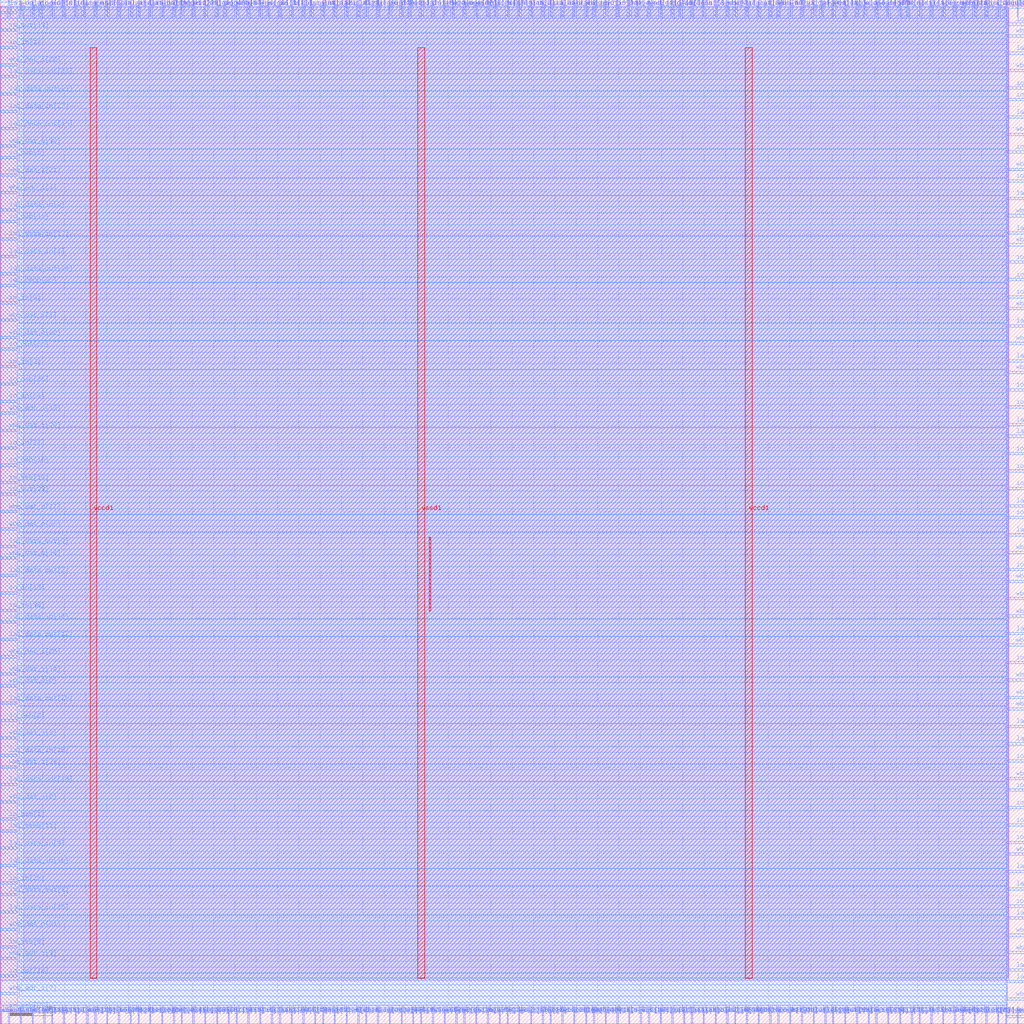
<source format=lef>
VERSION 5.7 ;
  NOWIREEXTENSIONATPIN ON ;
  DIVIDERCHAR "/" ;
  BUSBITCHARS "[]" ;
MACRO wrapped_keyvalue
  CLASS BLOCK ;
  FOREIGN wrapped_keyvalue ;
  ORIGIN 0.000 0.000 ;
  SIZE 240.000 BY 240.000 ;
  PIN active
    DIRECTION INPUT ;
    USE SIGNAL ;
    PORT
      LAYER met2 ;
        RECT 78.290 0.000 78.570 4.000 ;
    END
  END active
  PIN io_in[0]
    DIRECTION INPUT ;
    USE SIGNAL ;
    PORT
      LAYER met3 ;
        RECT 0.000 168.680 4.000 169.280 ;
    END
  END io_in[0]
  PIN io_in[10]
    DIRECTION INPUT ;
    USE SIGNAL ;
    PORT
      LAYER met2 ;
        RECT 9.290 236.000 9.570 240.000 ;
    END
  END io_in[10]
  PIN io_in[11]
    DIRECTION INPUT ;
    USE SIGNAL ;
    PORT
      LAYER met3 ;
        RECT 236.000 219.000 240.000 219.600 ;
    END
  END io_in[11]
  PIN io_in[12]
    DIRECTION INPUT ;
    USE SIGNAL ;
    PORT
      LAYER met2 ;
        RECT 12.050 236.000 12.330 240.000 ;
    END
  END io_in[12]
  PIN io_in[13]
    DIRECTION INPUT ;
    USE SIGNAL ;
    PORT
      LAYER met2 ;
        RECT 88.410 236.000 88.690 240.000 ;
    END
  END io_in[13]
  PIN io_in[14]
    DIRECTION INPUT ;
    USE SIGNAL ;
    PORT
      LAYER met2 ;
        RECT 124.290 0.000 124.570 4.000 ;
    END
  END io_in[14]
  PIN io_in[15]
    DIRECTION INPUT ;
    USE SIGNAL ;
    PORT
      LAYER met2 ;
        RECT 98.530 236.000 98.810 240.000 ;
    END
  END io_in[15]
  PIN io_in[16]
    DIRECTION INPUT ;
    USE SIGNAL ;
    PORT
      LAYER met2 ;
        RECT 223.650 236.000 223.930 240.000 ;
    END
  END io_in[16]
  PIN io_in[17]
    DIRECTION INPUT ;
    USE SIGNAL ;
    PORT
      LAYER met2 ;
        RECT 73.690 0.000 73.970 4.000 ;
    END
  END io_in[17]
  PIN io_in[18]
    DIRECTION INPUT ;
    USE SIGNAL ;
    PORT
      LAYER met3 ;
        RECT 0.000 100.680 4.000 101.280 ;
    END
  END io_in[18]
  PIN io_in[19]
    DIRECTION INPUT ;
    USE SIGNAL ;
    PORT
      LAYER met3 ;
        RECT 236.000 216.280 240.000 216.880 ;
    END
  END io_in[19]
  PIN io_in[1]
    DIRECTION INPUT ;
    USE SIGNAL ;
    PORT
      LAYER met3 ;
        RECT 0.000 228.520 4.000 229.120 ;
    END
  END io_in[1]
  PIN io_in[20]
    DIRECTION INPUT ;
    USE SIGNAL ;
    PORT
      LAYER met2 ;
        RECT 53.450 0.000 53.730 4.000 ;
    END
  END io_in[20]
  PIN io_in[21]
    DIRECTION INPUT ;
    USE SIGNAL ;
    PORT
      LAYER met2 ;
        RECT 127.050 236.000 127.330 240.000 ;
    END
  END io_in[21]
  PIN io_in[22]
    DIRECTION INPUT ;
    USE SIGNAL ;
    PORT
      LAYER met2 ;
        RECT 114.170 0.000 114.450 4.000 ;
    END
  END io_in[22]
  PIN io_in[23]
    DIRECTION INPUT ;
    USE SIGNAL ;
    PORT
      LAYER met2 ;
        RECT 17.570 236.000 17.850 240.000 ;
    END
  END io_in[23]
  PIN io_in[24]
    DIRECTION INPUT ;
    USE SIGNAL ;
    PORT
      LAYER met3 ;
        RECT 236.000 27.240 240.000 27.840 ;
    END
  END io_in[24]
  PIN io_in[25]
    DIRECTION INPUT ;
    USE SIGNAL ;
    PORT
      LAYER met3 ;
        RECT 236.000 170.040 240.000 170.640 ;
    END
  END io_in[25]
  PIN io_in[26]
    DIRECTION INPUT ;
    USE SIGNAL ;
    PORT
      LAYER met2 ;
        RECT 228.250 0.000 228.530 4.000 ;
    END
  END io_in[26]
  PIN io_in[27]
    DIRECTION INPUT ;
    USE SIGNAL ;
    PORT
      LAYER met3 ;
        RECT 0.000 134.680 4.000 135.280 ;
    END
  END io_in[27]
  PIN io_in[28]
    DIRECTION INPUT ;
    USE SIGNAL ;
    PORT
      LAYER met2 ;
        RECT 70.930 236.000 71.210 240.000 ;
    END
  END io_in[28]
  PIN io_in[29]
    DIRECTION INPUT ;
    USE SIGNAL ;
    PORT
      LAYER met2 ;
        RECT 27.690 0.000 27.970 4.000 ;
    END
  END io_in[29]
  PIN io_in[2]
    DIRECTION INPUT ;
    USE SIGNAL ;
    PORT
      LAYER met3 ;
        RECT 0.000 153.720 4.000 154.320 ;
    END
  END io_in[2]
  PIN io_in[30]
    DIRECTION INPUT ;
    USE SIGNAL ;
    PORT
      LAYER met3 ;
        RECT 0.000 32.680 4.000 33.280 ;
    END
  END io_in[30]
  PIN io_in[31]
    DIRECTION INPUT ;
    USE SIGNAL ;
    PORT
      LAYER met2 ;
        RECT 141.770 236.000 142.050 240.000 ;
    END
  END io_in[31]
  PIN io_in[32]
    DIRECTION INPUT ;
    USE SIGNAL ;
    PORT
      LAYER met2 ;
        RECT 151.890 0.000 152.170 4.000 ;
    END
  END io_in[32]
  PIN io_in[33]
    DIRECTION INPUT ;
    USE SIGNAL ;
    PORT
      LAYER met3 ;
        RECT 236.000 204.040 240.000 204.640 ;
    END
  END io_in[33]
  PIN io_in[34]
    DIRECTION INPUT ;
    USE SIGNAL ;
    PORT
      LAYER met3 ;
        RECT 0.000 145.560 4.000 146.160 ;
    END
  END io_in[34]
  PIN io_in[35]
    DIRECTION INPUT ;
    USE SIGNAL ;
    PORT
      LAYER met2 ;
        RECT 10.210 0.000 10.490 4.000 ;
    END
  END io_in[35]
  PIN io_in[36]
    DIRECTION INPUT ;
    USE SIGNAL ;
    PORT
      LAYER met3 ;
        RECT 0.000 96.600 4.000 97.200 ;
    END
  END io_in[36]
  PIN io_in[37]
    DIRECTION INPUT ;
    USE SIGNAL ;
    PORT
      LAYER met3 ;
        RECT 236.000 61.240 240.000 61.840 ;
    END
  END io_in[37]
  PIN io_in[3]
    DIRECTION INPUT ;
    USE SIGNAL ;
    PORT
      LAYER met2 ;
        RECT 65.410 236.000 65.690 240.000 ;
    END
  END io_in[3]
  PIN io_in[4]
    DIRECTION INPUT ;
    USE SIGNAL ;
    PORT
      LAYER met2 ;
        RECT 22.170 236.000 22.450 240.000 ;
    END
  END io_in[4]
  PIN io_in[5]
    DIRECTION INPUT ;
    USE SIGNAL ;
    PORT
      LAYER met2 ;
        RECT 91.170 0.000 91.450 4.000 ;
    END
  END io_in[5]
  PIN io_in[6]
    DIRECTION INPUT ;
    USE SIGNAL ;
    PORT
      LAYER met2 ;
        RECT 180.410 236.000 180.690 240.000 ;
    END
  END io_in[6]
  PIN io_in[7]
    DIRECTION INPUT ;
    USE SIGNAL ;
    PORT
      LAYER met2 ;
        RECT 157.410 236.000 157.690 240.000 ;
    END
  END io_in[7]
  PIN io_in[8]
    DIRECTION INPUT ;
    USE SIGNAL ;
    PORT
      LAYER met2 ;
        RECT 62.650 236.000 62.930 240.000 ;
    END
  END io_in[8]
  PIN io_in[9]
    DIRECTION INPUT ;
    USE SIGNAL ;
    PORT
      LAYER met3 ;
        RECT 236.000 233.960 240.000 234.560 ;
    END
  END io_in[9]
  PIN io_oeb[0]
    DIRECTION OUTPUT TRISTATE ;
    USE SIGNAL ;
    PORT
      LAYER met2 ;
        RECT 208.010 236.000 208.290 240.000 ;
    END
  END io_oeb[0]
  PIN io_oeb[10]
    DIRECTION OUTPUT TRISTATE ;
    USE SIGNAL ;
    PORT
      LAYER met3 ;
        RECT 0.000 126.520 4.000 127.120 ;
    END
  END io_oeb[10]
  PIN io_oeb[11]
    DIRECTION OUTPUT TRISTATE ;
    USE SIGNAL ;
    PORT
      LAYER met2 ;
        RECT 190.530 236.000 190.810 240.000 ;
    END
  END io_oeb[11]
  PIN io_oeb[12]
    DIRECTION OUTPUT TRISTATE ;
    USE SIGNAL ;
    PORT
      LAYER met3 ;
        RECT 236.000 178.200 240.000 178.800 ;
    END
  END io_oeb[12]
  PIN io_oeb[13]
    DIRECTION OUTPUT TRISTATE ;
    USE SIGNAL ;
    PORT
      LAYER met3 ;
        RECT 0.000 187.720 4.000 188.320 ;
    END
  END io_oeb[13]
  PIN io_oeb[14]
    DIRECTION OUTPUT TRISTATE ;
    USE SIGNAL ;
    PORT
      LAYER met3 ;
        RECT 236.000 106.120 240.000 106.720 ;
    END
  END io_oeb[14]
  PIN io_oeb[15]
    DIRECTION OUTPUT TRISTATE ;
    USE SIGNAL ;
    PORT
      LAYER met2 ;
        RECT 24.930 0.000 25.210 4.000 ;
    END
  END io_oeb[15]
  PIN io_oeb[16]
    DIRECTION OUTPUT TRISTATE ;
    USE SIGNAL ;
    PORT
      LAYER met2 ;
        RECT 213.530 0.000 213.810 4.000 ;
    END
  END io_oeb[16]
  PIN io_oeb[17]
    DIRECTION OUTPUT TRISTATE ;
    USE SIGNAL ;
    PORT
      LAYER met2 ;
        RECT 52.530 236.000 52.810 240.000 ;
    END
  END io_oeb[17]
  PIN io_oeb[18]
    DIRECTION OUTPUT TRISTATE ;
    USE SIGNAL ;
    PORT
      LAYER met3 ;
        RECT 0.000 130.600 4.000 131.200 ;
    END
  END io_oeb[18]
  PIN io_oeb[19]
    DIRECTION OUTPUT TRISTATE ;
    USE SIGNAL ;
    PORT
      LAYER met3 ;
        RECT 236.000 54.440 240.000 55.040 ;
    END
  END io_oeb[19]
  PIN io_oeb[1]
    DIRECTION OUTPUT TRISTATE ;
    USE SIGNAL ;
    PORT
      LAYER met3 ;
        RECT 0.000 47.640 4.000 48.240 ;
    END
  END io_oeb[1]
  PIN io_oeb[20]
    DIRECTION OUTPUT TRISTATE ;
    USE SIGNAL ;
    PORT
      LAYER met2 ;
        RECT 116.010 236.000 116.290 240.000 ;
    END
  END io_oeb[20]
  PIN io_oeb[21]
    DIRECTION OUTPUT TRISTATE ;
    USE SIGNAL ;
    PORT
      LAYER met2 ;
        RECT 91.170 236.000 91.450 240.000 ;
    END
  END io_oeb[21]
  PIN io_oeb[22]
    DIRECTION OUTPUT TRISTATE ;
    USE SIGNAL ;
    PORT
      LAYER met2 ;
        RECT 93.930 0.000 94.210 4.000 ;
    END
  END io_oeb[22]
  PIN io_oeb[23]
    DIRECTION OUTPUT TRISTATE ;
    USE SIGNAL ;
    PORT
      LAYER met3 ;
        RECT 0.000 2.760 4.000 3.360 ;
    END
  END io_oeb[23]
  PIN io_oeb[24]
    DIRECTION OUTPUT TRISTATE ;
    USE SIGNAL ;
    PORT
      LAYER met2 ;
        RECT 68.170 0.000 68.450 4.000 ;
    END
  END io_oeb[24]
  PIN io_oeb[25]
    DIRECTION OUTPUT TRISTATE ;
    USE SIGNAL ;
    PORT
      LAYER met2 ;
        RECT 203.410 0.000 203.690 4.000 ;
    END
  END io_oeb[25]
  PIN io_oeb[26]
    DIRECTION OUTPUT TRISTATE ;
    USE SIGNAL ;
    PORT
      LAYER met3 ;
        RECT 0.000 149.640 4.000 150.240 ;
    END
  END io_oeb[26]
  PIN io_oeb[27]
    DIRECTION OUTPUT TRISTATE ;
    USE SIGNAL ;
    PORT
      LAYER met3 ;
        RECT 236.000 129.240 240.000 129.840 ;
    END
  END io_oeb[27]
  PIN io_oeb[28]
    DIRECTION OUTPUT TRISTATE ;
    USE SIGNAL ;
    PORT
      LAYER met2 ;
        RECT 233.770 0.000 234.050 4.000 ;
    END
  END io_oeb[28]
  PIN io_oeb[29]
    DIRECTION OUTPUT TRISTATE ;
    USE SIGNAL ;
    PORT
      LAYER met2 ;
        RECT 180.410 0.000 180.690 4.000 ;
    END
  END io_oeb[29]
  PIN io_oeb[2]
    DIRECTION OUTPUT TRISTATE ;
    USE SIGNAL ;
    PORT
      LAYER met3 ;
        RECT 0.000 70.760 4.000 71.360 ;
    END
  END io_oeb[2]
  PIN io_oeb[30]
    DIRECTION OUTPUT TRISTATE ;
    USE SIGNAL ;
    PORT
      LAYER met3 ;
        RECT 236.000 144.200 240.000 144.800 ;
    END
  END io_oeb[30]
  PIN io_oeb[31]
    DIRECTION OUTPUT TRISTATE ;
    USE SIGNAL ;
    PORT
      LAYER met2 ;
        RECT 55.290 0.000 55.570 4.000 ;
    END
  END io_oeb[31]
  PIN io_oeb[32]
    DIRECTION OUTPUT TRISTATE ;
    USE SIGNAL ;
    PORT
      LAYER met2 ;
        RECT 93.930 236.000 94.210 240.000 ;
    END
  END io_oeb[32]
  PIN io_oeb[33]
    DIRECTION OUTPUT TRISTATE ;
    USE SIGNAL ;
    PORT
      LAYER met2 ;
        RECT 205.250 236.000 205.530 240.000 ;
    END
  END io_oeb[33]
  PIN io_oeb[34]
    DIRECTION OUTPUT TRISTATE ;
    USE SIGNAL ;
    PORT
      LAYER met3 ;
        RECT 236.000 148.280 240.000 148.880 ;
    END
  END io_oeb[34]
  PIN io_oeb[35]
    DIRECTION OUTPUT TRISTATE ;
    USE SIGNAL ;
    PORT
      LAYER met2 ;
        RECT 111.410 0.000 111.690 4.000 ;
    END
  END io_oeb[35]
  PIN io_oeb[36]
    DIRECTION OUTPUT TRISTATE ;
    USE SIGNAL ;
    PORT
      LAYER met2 ;
        RECT 235.610 0.000 235.890 4.000 ;
    END
  END io_oeb[36]
  PIN io_oeb[37]
    DIRECTION OUTPUT TRISTATE ;
    USE SIGNAL ;
    PORT
      LAYER met2 ;
        RECT 47.930 0.000 48.210 4.000 ;
    END
  END io_oeb[37]
  PIN io_oeb[3]
    DIRECTION OUTPUT TRISTATE ;
    USE SIGNAL ;
    PORT
      LAYER met3 ;
        RECT 236.000 50.360 240.000 50.960 ;
    END
  END io_oeb[3]
  PIN io_oeb[4]
    DIRECTION OUTPUT TRISTATE ;
    USE SIGNAL ;
    PORT
      LAYER met2 ;
        RECT 114.170 236.000 114.450 240.000 ;
    END
  END io_oeb[4]
  PIN io_oeb[5]
    DIRECTION OUTPUT TRISTATE ;
    USE SIGNAL ;
    PORT
      LAYER met3 ;
        RECT 0.000 202.680 4.000 203.280 ;
    END
  END io_oeb[5]
  PIN io_oeb[6]
    DIRECTION OUTPUT TRISTATE ;
    USE SIGNAL ;
    PORT
      LAYER met3 ;
        RECT 0.000 17.720 4.000 18.320 ;
    END
  END io_oeb[6]
  PIN io_oeb[7]
    DIRECTION OUTPUT TRISTATE ;
    USE SIGNAL ;
    PORT
      LAYER met2 ;
        RECT 121.530 236.000 121.810 240.000 ;
    END
  END io_oeb[7]
  PIN io_oeb[8]
    DIRECTION OUTPUT TRISTATE ;
    USE SIGNAL ;
    PORT
      LAYER met2 ;
        RECT 220.890 0.000 221.170 4.000 ;
    END
  END io_oeb[8]
  PIN io_oeb[9]
    DIRECTION OUTPUT TRISTATE ;
    USE SIGNAL ;
    PORT
      LAYER met3 ;
        RECT 236.000 118.360 240.000 118.960 ;
    END
  END io_oeb[9]
  PIN io_out[0]
    DIRECTION OUTPUT TRISTATE ;
    USE SIGNAL ;
    PORT
      LAYER met2 ;
        RECT 63.570 0.000 63.850 4.000 ;
    END
  END io_out[0]
  PIN io_out[10]
    DIRECTION OUTPUT TRISTATE ;
    USE SIGNAL ;
    PORT
      LAYER met3 ;
        RECT 0.000 10.920 4.000 11.520 ;
    END
  END io_out[10]
  PIN io_out[11]
    DIRECTION OUTPUT TRISTATE ;
    USE SIGNAL ;
    PORT
      LAYER met2 ;
        RECT 72.770 236.000 73.050 240.000 ;
    END
  END io_out[11]
  PIN io_out[12]
    DIRECTION OUTPUT TRISTATE ;
    USE SIGNAL ;
    PORT
      LAYER met2 ;
        RECT 182.250 0.000 182.530 4.000 ;
    END
  END io_out[12]
  PIN io_out[13]
    DIRECTION OUTPUT TRISTATE ;
    USE SIGNAL ;
    PORT
      LAYER met3 ;
        RECT 0.000 232.600 4.000 233.200 ;
    END
  END io_out[13]
  PIN io_out[14]
    DIRECTION OUTPUT TRISTATE ;
    USE SIGNAL ;
    PORT
      LAYER met3 ;
        RECT 236.000 125.160 240.000 125.760 ;
    END
  END io_out[14]
  PIN io_out[15]
    DIRECTION OUTPUT TRISTATE ;
    USE SIGNAL ;
    PORT
      LAYER met3 ;
        RECT 236.000 238.040 240.000 238.640 ;
    END
  END io_out[15]
  PIN io_out[16]
    DIRECTION OUTPUT TRISTATE ;
    USE SIGNAL ;
    PORT
      LAYER met2 ;
        RECT 118.770 236.000 119.050 240.000 ;
    END
  END io_out[16]
  PIN io_out[17]
    DIRECTION OUTPUT TRISTATE ;
    USE SIGNAL ;
    PORT
      LAYER met3 ;
        RECT 236.000 174.120 240.000 174.720 ;
    END
  END io_out[17]
  PIN io_out[18]
    DIRECTION OUTPUT TRISTATE ;
    USE SIGNAL ;
    PORT
      LAYER met2 ;
        RECT 192.370 236.000 192.650 240.000 ;
    END
  END io_out[18]
  PIN io_out[19]
    DIRECTION OUTPUT TRISTATE ;
    USE SIGNAL ;
    PORT
      LAYER met2 ;
        RECT 233.770 236.000 234.050 240.000 ;
    END
  END io_out[19]
  PIN io_out[1]
    DIRECTION OUTPUT TRISTATE ;
    USE SIGNAL ;
    PORT
      LAYER met2 ;
        RECT 78.290 236.000 78.570 240.000 ;
    END
  END io_out[1]
  PIN io_out[20]
    DIRECTION OUTPUT TRISTATE ;
    USE SIGNAL ;
    PORT
      LAYER met3 ;
        RECT 236.000 42.200 240.000 42.800 ;
    END
  END io_out[20]
  PIN io_out[21]
    DIRECTION OUTPUT TRISTATE ;
    USE SIGNAL ;
    PORT
      LAYER met2 ;
        RECT 167.530 236.000 167.810 240.000 ;
    END
  END io_out[21]
  PIN io_out[22]
    DIRECTION OUTPUT TRISTATE ;
    USE SIGNAL ;
    PORT
      LAYER met2 ;
        RECT 235.610 236.000 235.890 240.000 ;
    END
  END io_out[22]
  PIN io_out[23]
    DIRECTION OUTPUT TRISTATE ;
    USE SIGNAL ;
    PORT
      LAYER met3 ;
        RECT 0.000 123.800 4.000 124.400 ;
    END
  END io_out[23]
  PIN io_out[24]
    DIRECTION OUTPUT TRISTATE ;
    USE SIGNAL ;
    PORT
      LAYER met2 ;
        RECT 208.010 0.000 208.290 4.000 ;
    END
  END io_out[24]
  PIN io_out[25]
    DIRECTION OUTPUT TRISTATE ;
    USE SIGNAL ;
    PORT
      LAYER met3 ;
        RECT 236.000 46.280 240.000 46.880 ;
    END
  END io_out[25]
  PIN io_out[26]
    DIRECTION OUTPUT TRISTATE ;
    USE SIGNAL ;
    PORT
      LAYER met2 ;
        RECT 167.530 0.000 167.810 4.000 ;
    END
  END io_out[26]
  PIN io_out[27]
    DIRECTION OUTPUT TRISTATE ;
    USE SIGNAL ;
    PORT
      LAYER met2 ;
        RECT 42.410 236.000 42.690 240.000 ;
    END
  END io_out[27]
  PIN io_out[28]
    DIRECTION OUTPUT TRISTATE ;
    USE SIGNAL ;
    PORT
      LAYER met2 ;
        RECT 147.290 0.000 147.570 4.000 ;
    END
  END io_out[28]
  PIN io_out[29]
    DIRECTION OUTPUT TRISTATE ;
    USE SIGNAL ;
    PORT
      LAYER met2 ;
        RECT 17.570 0.000 17.850 4.000 ;
    END
  END io_out[29]
  PIN io_out[2]
    DIRECTION OUTPUT TRISTATE ;
    USE SIGNAL ;
    PORT
      LAYER met2 ;
        RECT 19.410 236.000 19.690 240.000 ;
    END
  END io_out[2]
  PIN io_out[30]
    DIRECTION OUTPUT TRISTATE ;
    USE SIGNAL ;
    PORT
      LAYER met3 ;
        RECT 236.000 84.360 240.000 84.960 ;
    END
  END io_out[30]
  PIN io_out[31]
    DIRECTION OUTPUT TRISTATE ;
    USE SIGNAL ;
    PORT
      LAYER met2 ;
        RECT 50.690 0.000 50.970 4.000 ;
    END
  END io_out[31]
  PIN io_out[32]
    DIRECTION OUTPUT TRISTATE ;
    USE SIGNAL ;
    PORT
      LAYER met2 ;
        RECT 195.130 0.000 195.410 4.000 ;
    END
  END io_out[32]
  PIN io_out[33]
    DIRECTION OUTPUT TRISTATE ;
    USE SIGNAL ;
    PORT
      LAYER met3 ;
        RECT 0.000 157.800 4.000 158.400 ;
    END
  END io_out[33]
  PIN io_out[34]
    DIRECTION OUTPUT TRISTATE ;
    USE SIGNAL ;
    PORT
      LAYER met3 ;
        RECT 0.000 236.680 4.000 237.280 ;
    END
  END io_out[34]
  PIN io_out[35]
    DIRECTION OUTPUT TRISTATE ;
    USE SIGNAL ;
    PORT
      LAYER met2 ;
        RECT 139.010 236.000 139.290 240.000 ;
    END
  END io_out[35]
  PIN io_out[36]
    DIRECTION OUTPUT TRISTATE ;
    USE SIGNAL ;
    PORT
      LAYER met2 ;
        RECT 174.890 236.000 175.170 240.000 ;
    END
  END io_out[36]
  PIN io_out[37]
    DIRECTION OUTPUT TRISTATE ;
    USE SIGNAL ;
    PORT
      LAYER met2 ;
        RECT 37.810 0.000 38.090 4.000 ;
    END
  END io_out[37]
  PIN io_out[3]
    DIRECTION OUTPUT TRISTATE ;
    USE SIGNAL ;
    PORT
      LAYER met3 ;
        RECT 236.000 197.240 240.000 197.840 ;
    END
  END io_out[3]
  PIN io_out[4]
    DIRECTION OUTPUT TRISTATE ;
    USE SIGNAL ;
    PORT
      LAYER met2 ;
        RECT 144.530 236.000 144.810 240.000 ;
    END
  END io_out[4]
  PIN io_out[5]
    DIRECTION OUTPUT TRISTATE ;
    USE SIGNAL ;
    PORT
      LAYER met2 ;
        RECT 141.770 0.000 142.050 4.000 ;
    END
  END io_out[5]
  PIN io_out[6]
    DIRECTION OUTPUT TRISTATE ;
    USE SIGNAL ;
    PORT
      LAYER met2 ;
        RECT 160.170 0.000 160.450 4.000 ;
    END
  END io_out[6]
  PIN io_out[7]
    DIRECTION OUTPUT TRISTATE ;
    USE SIGNAL ;
    PORT
      LAYER met2 ;
        RECT 88.410 0.000 88.690 4.000 ;
    END
  END io_out[7]
  PIN io_out[8]
    DIRECTION OUTPUT TRISTATE ;
    USE SIGNAL ;
    PORT
      LAYER met2 ;
        RECT 162.010 236.000 162.290 240.000 ;
    END
  END io_out[8]
  PIN io_out[9]
    DIRECTION OUTPUT TRISTATE ;
    USE SIGNAL ;
    PORT
      LAYER met3 ;
        RECT 236.000 133.320 240.000 133.920 ;
    END
  END io_out[9]
  PIN la1_data_in[0]
    DIRECTION INPUT ;
    USE SIGNAL ;
    PORT
      LAYER met3 ;
        RECT 236.000 31.320 240.000 31.920 ;
    END
  END la1_data_in[0]
  PIN la1_data_in[10]
    DIRECTION INPUT ;
    USE SIGNAL ;
    PORT
      LAYER met2 ;
        RECT 83.810 236.000 84.090 240.000 ;
    END
  END la1_data_in[10]
  PIN la1_data_in[11]
    DIRECTION INPUT ;
    USE SIGNAL ;
    PORT
      LAYER met2 ;
        RECT 27.690 236.000 27.970 240.000 ;
    END
  END la1_data_in[11]
  PIN la1_data_in[12]
    DIRECTION INPUT ;
    USE SIGNAL ;
    PORT
      LAYER met2 ;
        RECT 40.570 236.000 40.850 240.000 ;
    END
  END la1_data_in[12]
  PIN la1_data_in[13]
    DIRECTION INPUT ;
    USE SIGNAL ;
    PORT
      LAYER met3 ;
        RECT 0.000 183.640 4.000 184.240 ;
    END
  END la1_data_in[13]
  PIN la1_data_in[14]
    DIRECTION INPUT ;
    USE SIGNAL ;
    PORT
      LAYER met3 ;
        RECT 0.000 93.880 4.000 94.480 ;
    END
  END la1_data_in[14]
  PIN la1_data_in[15]
    DIRECTION INPUT ;
    USE SIGNAL ;
    PORT
      LAYER met3 ;
        RECT 0.000 62.600 4.000 63.200 ;
    END
  END la1_data_in[15]
  PIN la1_data_in[16]
    DIRECTION INPUT ;
    USE SIGNAL ;
    PORT
      LAYER met3 ;
        RECT 0.000 36.760 4.000 37.360 ;
    END
  END la1_data_in[16]
  PIN la1_data_in[17]
    DIRECTION INPUT ;
    USE SIGNAL ;
    PORT
      LAYER met2 ;
        RECT 223.650 0.000 223.930 4.000 ;
    END
  END la1_data_in[17]
  PIN la1_data_in[18]
    DIRECTION INPUT ;
    USE SIGNAL ;
    PORT
      LAYER met3 ;
        RECT 236.000 163.240 240.000 163.840 ;
    END
  END la1_data_in[18]
  PIN la1_data_in[19]
    DIRECTION INPUT ;
    USE SIGNAL ;
    PORT
      LAYER met2 ;
        RECT 12.050 0.000 12.330 4.000 ;
    END
  END la1_data_in[19]
  PIN la1_data_in[1]
    DIRECTION INPUT ;
    USE SIGNAL ;
    PORT
      LAYER met3 ;
        RECT 0.000 179.560 4.000 180.160 ;
    END
  END la1_data_in[1]
  PIN la1_data_in[20]
    DIRECTION INPUT ;
    USE SIGNAL ;
    PORT
      LAYER met2 ;
        RECT 81.050 0.000 81.330 4.000 ;
    END
  END la1_data_in[20]
  PIN la1_data_in[21]
    DIRECTION INPUT ;
    USE SIGNAL ;
    PORT
      LAYER met2 ;
        RECT 228.250 236.000 228.530 240.000 ;
    END
  END la1_data_in[21]
  PIN la1_data_in[22]
    DIRECTION INPUT ;
    USE SIGNAL ;
    PORT
      LAYER met2 ;
        RECT 95.770 236.000 96.050 240.000 ;
    END
  END la1_data_in[22]
  PIN la1_data_in[23]
    DIRECTION INPUT ;
    USE SIGNAL ;
    PORT
      LAYER met2 ;
        RECT 185.010 0.000 185.290 4.000 ;
    END
  END la1_data_in[23]
  PIN la1_data_in[24]
    DIRECTION INPUT ;
    USE SIGNAL ;
    PORT
      LAYER met2 ;
        RECT 75.530 236.000 75.810 240.000 ;
    END
  END la1_data_in[24]
  PIN la1_data_in[25]
    DIRECTION INPUT ;
    USE SIGNAL ;
    PORT
      LAYER met3 ;
        RECT 0.000 25.880 4.000 26.480 ;
    END
  END la1_data_in[25]
  PIN la1_data_in[26]
    DIRECTION INPUT ;
    USE SIGNAL ;
    PORT
      LAYER met3 ;
        RECT 236.000 69.400 240.000 70.000 ;
    END
  END la1_data_in[26]
  PIN la1_data_in[27]
    DIRECTION INPUT ;
    USE SIGNAL ;
    PORT
      LAYER met3 ;
        RECT 0.000 213.560 4.000 214.160 ;
    END
  END la1_data_in[27]
  PIN la1_data_in[28]
    DIRECTION INPUT ;
    USE SIGNAL ;
    PORT
      LAYER met3 ;
        RECT 236.000 227.160 240.000 227.760 ;
    END
  END la1_data_in[28]
  PIN la1_data_in[29]
    DIRECTION INPUT ;
    USE SIGNAL ;
    PORT
      LAYER met2 ;
        RECT 1.930 236.000 2.210 240.000 ;
    END
  END la1_data_in[29]
  PIN la1_data_in[2]
    DIRECTION INPUT ;
    USE SIGNAL ;
    PORT
      LAYER met3 ;
        RECT 0.000 190.440 4.000 191.040 ;
    END
  END la1_data_in[2]
  PIN la1_data_in[30]
    DIRECTION INPUT ;
    USE SIGNAL ;
    PORT
      LAYER met2 ;
        RECT 164.770 0.000 165.050 4.000 ;
    END
  END la1_data_in[30]
  PIN la1_data_in[31]
    DIRECTION INPUT ;
    USE SIGNAL ;
    PORT
      LAYER met2 ;
        RECT 197.890 0.000 198.170 4.000 ;
    END
  END la1_data_in[31]
  PIN la1_data_in[3]
    DIRECTION INPUT ;
    USE SIGNAL ;
    PORT
      LAYER met3 ;
        RECT 236.000 114.280 240.000 114.880 ;
    END
  END la1_data_in[3]
  PIN la1_data_in[4]
    DIRECTION INPUT ;
    USE SIGNAL ;
    PORT
      LAYER met2 ;
        RECT 128.890 236.000 129.170 240.000 ;
    END
  END la1_data_in[4]
  PIN la1_data_in[5]
    DIRECTION INPUT ;
    USE SIGNAL ;
    PORT
      LAYER met2 ;
        RECT 231.010 0.000 231.290 4.000 ;
    END
  END la1_data_in[5]
  PIN la1_data_in[6]
    DIRECTION INPUT ;
    USE SIGNAL ;
    PORT
      LAYER met2 ;
        RECT 215.370 0.000 215.650 4.000 ;
    END
  END la1_data_in[6]
  PIN la1_data_in[7]
    DIRECTION INPUT ;
    USE SIGNAL ;
    PORT
      LAYER met2 ;
        RECT 131.650 236.000 131.930 240.000 ;
    END
  END la1_data_in[7]
  PIN la1_data_in[8]
    DIRECTION INPUT ;
    USE SIGNAL ;
    PORT
      LAYER met3 ;
        RECT 236.000 9.560 240.000 10.160 ;
    END
  END la1_data_in[8]
  PIN la1_data_in[9]
    DIRECTION INPUT ;
    USE SIGNAL ;
    PORT
      LAYER met3 ;
        RECT 0.000 40.840 4.000 41.440 ;
    END
  END la1_data_in[9]
  PIN la1_data_out[0]
    DIRECTION OUTPUT TRISTATE ;
    USE SIGNAL ;
    PORT
      LAYER met3 ;
        RECT 236.000 12.280 240.000 12.880 ;
    END
  END la1_data_out[0]
  PIN la1_data_out[10]
    DIRECTION OUTPUT TRISTATE ;
    USE SIGNAL ;
    PORT
      LAYER met3 ;
        RECT 0.000 209.480 4.000 210.080 ;
    END
  END la1_data_out[10]
  PIN la1_data_out[11]
    DIRECTION OUTPUT TRISTATE ;
    USE SIGNAL ;
    PORT
      LAYER met2 ;
        RECT 30.450 236.000 30.730 240.000 ;
    END
  END la1_data_out[11]
  PIN la1_data_out[12]
    DIRECTION OUTPUT TRISTATE ;
    USE SIGNAL ;
    PORT
      LAYER met3 ;
        RECT 0.000 89.800 4.000 90.400 ;
    END
  END la1_data_out[12]
  PIN la1_data_out[13]
    DIRECTION OUTPUT TRISTATE ;
    USE SIGNAL ;
    PORT
      LAYER met2 ;
        RECT 35.050 0.000 35.330 4.000 ;
    END
  END la1_data_out[13]
  PIN la1_data_out[14]
    DIRECTION OUTPUT TRISTATE ;
    USE SIGNAL ;
    PORT
      LAYER met2 ;
        RECT 127.050 0.000 127.330 4.000 ;
    END
  END la1_data_out[14]
  PIN la1_data_out[15]
    DIRECTION OUTPUT TRISTATE ;
    USE SIGNAL ;
    PORT
      LAYER met2 ;
        RECT 197.890 236.000 198.170 240.000 ;
    END
  END la1_data_out[15]
  PIN la1_data_out[16]
    DIRECTION OUTPUT TRISTATE ;
    USE SIGNAL ;
    PORT
      LAYER met2 ;
        RECT 101.290 236.000 101.570 240.000 ;
    END
  END la1_data_out[16]
  PIN la1_data_out[17]
    DIRECTION OUTPUT TRISTATE ;
    USE SIGNAL ;
    PORT
      LAYER met3 ;
        RECT 236.000 140.120 240.000 140.720 ;
    END
  END la1_data_out[17]
  PIN la1_data_out[18]
    DIRECTION OUTPUT TRISTATE ;
    USE SIGNAL ;
    PORT
      LAYER met3 ;
        RECT 0.000 55.800 4.000 56.400 ;
    END
  END la1_data_out[18]
  PIN la1_data_out[19]
    DIRECTION OUTPUT TRISTATE ;
    USE SIGNAL ;
    PORT
      LAYER met3 ;
        RECT 236.000 185.000 240.000 185.600 ;
    END
  END la1_data_out[19]
  PIN la1_data_out[1]
    DIRECTION OUTPUT TRISTATE ;
    USE SIGNAL ;
    PORT
      LAYER met2 ;
        RECT 124.290 236.000 124.570 240.000 ;
    END
  END la1_data_out[1]
  PIN la1_data_out[20]
    DIRECTION OUTPUT TRISTATE ;
    USE SIGNAL ;
    PORT
      LAYER met3 ;
        RECT 0.000 74.840 4.000 75.440 ;
    END
  END la1_data_out[20]
  PIN la1_data_out[21]
    DIRECTION OUTPUT TRISTATE ;
    USE SIGNAL ;
    PORT
      LAYER met2 ;
        RECT 35.050 236.000 35.330 240.000 ;
    END
  END la1_data_out[21]
  PIN la1_data_out[22]
    DIRECTION OUTPUT TRISTATE ;
    USE SIGNAL ;
    PORT
      LAYER met2 ;
        RECT 68.170 236.000 68.450 240.000 ;
    END
  END la1_data_out[22]
  PIN la1_data_out[23]
    DIRECTION OUTPUT TRISTATE ;
    USE SIGNAL ;
    PORT
      LAYER met3 ;
        RECT 0.000 221.720 4.000 222.320 ;
    END
  END la1_data_out[23]
  PIN la1_data_out[24]
    DIRECTION OUTPUT TRISTATE ;
    USE SIGNAL ;
    PORT
      LAYER met3 ;
        RECT 0.000 175.480 4.000 176.080 ;
    END
  END la1_data_out[24]
  PIN la1_data_out[25]
    DIRECTION OUTPUT TRISTATE ;
    USE SIGNAL ;
    PORT
      LAYER met3 ;
        RECT 236.000 121.080 240.000 121.680 ;
    END
  END la1_data_out[25]
  PIN la1_data_out[26]
    DIRECTION OUTPUT TRISTATE ;
    USE SIGNAL ;
    PORT
      LAYER met3 ;
        RECT 236.000 137.400 240.000 138.000 ;
    END
  END la1_data_out[26]
  PIN la1_data_out[27]
    DIRECTION OUTPUT TRISTATE ;
    USE SIGNAL ;
    PORT
      LAYER met3 ;
        RECT 0.000 217.640 4.000 218.240 ;
    END
  END la1_data_out[27]
  PIN la1_data_out[28]
    DIRECTION OUTPUT TRISTATE ;
    USE SIGNAL ;
    PORT
      LAYER met2 ;
        RECT 215.370 236.000 215.650 240.000 ;
    END
  END la1_data_out[28]
  PIN la1_data_out[29]
    DIRECTION OUTPUT TRISTATE ;
    USE SIGNAL ;
    PORT
      LAYER met3 ;
        RECT 236.000 91.160 240.000 91.760 ;
    END
  END la1_data_out[29]
  PIN la1_data_out[2]
    DIRECTION OUTPUT TRISTATE ;
    USE SIGNAL ;
    PORT
      LAYER met2 ;
        RECT 83.810 0.000 84.090 4.000 ;
    END
  END la1_data_out[2]
  PIN la1_data_out[30]
    DIRECTION OUTPUT TRISTATE ;
    USE SIGNAL ;
    PORT
      LAYER met2 ;
        RECT 14.810 236.000 15.090 240.000 ;
    END
  END la1_data_out[30]
  PIN la1_data_out[31]
    DIRECTION OUTPUT TRISTATE ;
    USE SIGNAL ;
    PORT
      LAYER met2 ;
        RECT 187.770 236.000 188.050 240.000 ;
    END
  END la1_data_out[31]
  PIN la1_data_out[3]
    DIRECTION OUTPUT TRISTATE ;
    USE SIGNAL ;
    PORT
      LAYER met3 ;
        RECT 0.000 104.760 4.000 105.360 ;
    END
  END la1_data_out[3]
  PIN la1_data_out[4]
    DIRECTION OUTPUT TRISTATE ;
    USE SIGNAL ;
    PORT
      LAYER met3 ;
        RECT 0.000 29.960 4.000 30.560 ;
    END
  END la1_data_out[4]
  PIN la1_data_out[5]
    DIRECTION OUTPUT TRISTATE ;
    USE SIGNAL ;
    PORT
      LAYER met2 ;
        RECT 85.650 0.000 85.930 4.000 ;
    END
  END la1_data_out[5]
  PIN la1_data_out[6]
    DIRECTION OUTPUT TRISTATE ;
    USE SIGNAL ;
    PORT
      LAYER met2 ;
        RECT 174.890 0.000 175.170 4.000 ;
    END
  END la1_data_out[6]
  PIN la1_data_out[7]
    DIRECTION OUTPUT TRISTATE ;
    USE SIGNAL ;
    PORT
      LAYER met3 ;
        RECT 236.000 155.080 240.000 155.680 ;
    END
  END la1_data_out[7]
  PIN la1_data_out[8]
    DIRECTION OUTPUT TRISTATE ;
    USE SIGNAL ;
    PORT
      LAYER met2 ;
        RECT 190.530 0.000 190.810 4.000 ;
    END
  END la1_data_out[8]
  PIN la1_data_out[9]
    DIRECTION OUTPUT TRISTATE ;
    USE SIGNAL ;
    PORT
      LAYER met3 ;
        RECT 0.000 111.560 4.000 112.160 ;
    END
  END la1_data_out[9]
  PIN la1_oenb[0]
    DIRECTION INPUT ;
    USE SIGNAL ;
    PORT
      LAYER met2 ;
        RECT 4.690 0.000 4.970 4.000 ;
    END
  END la1_oenb[0]
  PIN la1_oenb[10]
    DIRECTION INPUT ;
    USE SIGNAL ;
    PORT
      LAYER met2 ;
        RECT 32.290 0.000 32.570 4.000 ;
    END
  END la1_oenb[10]
  PIN la1_oenb[11]
    DIRECTION INPUT ;
    USE SIGNAL ;
    PORT
      LAYER met3 ;
        RECT 0.000 44.920 4.000 45.520 ;
    END
  END la1_oenb[11]
  PIN la1_oenb[12]
    DIRECTION INPUT ;
    USE SIGNAL ;
    PORT
      LAYER met2 ;
        RECT 147.290 236.000 147.570 240.000 ;
    END
  END la1_oenb[12]
  PIN la1_oenb[13]
    DIRECTION INPUT ;
    USE SIGNAL ;
    PORT
      LAYER met2 ;
        RECT 137.170 0.000 137.450 4.000 ;
    END
  END la1_oenb[13]
  PIN la1_oenb[14]
    DIRECTION INPUT ;
    USE SIGNAL ;
    PORT
      LAYER met2 ;
        RECT 65.410 0.000 65.690 4.000 ;
    END
  END la1_oenb[14]
  PIN la1_oenb[15]
    DIRECTION INPUT ;
    USE SIGNAL ;
    PORT
      LAYER met2 ;
        RECT 128.890 0.000 129.170 4.000 ;
    END
  END la1_oenb[15]
  PIN la1_oenb[16]
    DIRECTION INPUT ;
    USE SIGNAL ;
    PORT
      LAYER met3 ;
        RECT 236.000 24.520 240.000 25.120 ;
    END
  END la1_oenb[16]
  PIN la1_oenb[17]
    DIRECTION INPUT ;
    USE SIGNAL ;
    PORT
      LAYER met3 ;
        RECT 0.000 239.400 4.000 240.000 ;
    END
  END la1_oenb[17]
  PIN la1_oenb[18]
    DIRECTION INPUT ;
    USE SIGNAL ;
    PORT
      LAYER met2 ;
        RECT 134.410 0.000 134.690 4.000 ;
    END
  END la1_oenb[18]
  PIN la1_oenb[19]
    DIRECTION INPUT ;
    USE SIGNAL ;
    PORT
      LAYER met2 ;
        RECT 177.650 236.000 177.930 240.000 ;
    END
  END la1_oenb[19]
  PIN la1_oenb[1]
    DIRECTION INPUT ;
    USE SIGNAL ;
    PORT
      LAYER met2 ;
        RECT 172.130 0.000 172.410 4.000 ;
    END
  END la1_oenb[1]
  PIN la1_oenb[20]
    DIRECTION INPUT ;
    USE SIGNAL ;
    PORT
      LAYER met3 ;
        RECT 236.000 65.320 240.000 65.920 ;
    END
  END la1_oenb[20]
  PIN la1_oenb[21]
    DIRECTION INPUT ;
    USE SIGNAL ;
    PORT
      LAYER met2 ;
        RECT 238.370 236.000 238.650 240.000 ;
    END
  END la1_oenb[21]
  PIN la1_oenb[22]
    DIRECTION INPUT ;
    USE SIGNAL ;
    PORT
      LAYER met3 ;
        RECT 236.000 35.400 240.000 36.000 ;
    END
  END la1_oenb[22]
  PIN la1_oenb[23]
    DIRECTION INPUT ;
    USE SIGNAL ;
    PORT
      LAYER met3 ;
        RECT 0.000 172.760 4.000 173.360 ;
    END
  END la1_oenb[23]
  PIN la1_oenb[24]
    DIRECTION INPUT ;
    USE SIGNAL ;
    PORT
      LAYER met3 ;
        RECT 236.000 193.160 240.000 193.760 ;
    END
  END la1_oenb[24]
  PIN la1_oenb[25]
    DIRECTION INPUT ;
    USE SIGNAL ;
    PORT
      LAYER met2 ;
        RECT 193.290 0.000 193.570 4.000 ;
    END
  END la1_oenb[25]
  PIN la1_oenb[26]
    DIRECTION INPUT ;
    USE SIGNAL ;
    PORT
      LAYER met2 ;
        RECT 218.130 236.000 218.410 240.000 ;
    END
  END la1_oenb[26]
  PIN la1_oenb[27]
    DIRECTION INPUT ;
    USE SIGNAL ;
    PORT
      LAYER met2 ;
        RECT 162.010 0.000 162.290 4.000 ;
    END
  END la1_oenb[27]
  PIN la1_oenb[28]
    DIRECTION INPUT ;
    USE SIGNAL ;
    PORT
      LAYER met2 ;
        RECT 154.650 236.000 154.930 240.000 ;
    END
  END la1_oenb[28]
  PIN la1_oenb[29]
    DIRECTION INPUT ;
    USE SIGNAL ;
    PORT
      LAYER met2 ;
        RECT 22.170 0.000 22.450 4.000 ;
    END
  END la1_oenb[29]
  PIN la1_oenb[2]
    DIRECTION INPUT ;
    USE SIGNAL ;
    PORT
      LAYER met2 ;
        RECT 7.450 236.000 7.730 240.000 ;
    END
  END la1_oenb[2]
  PIN la1_oenb[30]
    DIRECTION INPUT ;
    USE SIGNAL ;
    PORT
      LAYER met2 ;
        RECT 98.530 0.000 98.810 4.000 ;
    END
  END la1_oenb[30]
  PIN la1_oenb[31]
    DIRECTION INPUT ;
    USE SIGNAL ;
    PORT
      LAYER met2 ;
        RECT 47.930 236.000 48.210 240.000 ;
    END
  END la1_oenb[31]
  PIN la1_oenb[3]
    DIRECTION INPUT ;
    USE SIGNAL ;
    PORT
      LAYER met2 ;
        RECT 45.170 0.000 45.450 4.000 ;
    END
  END la1_oenb[3]
  PIN la1_oenb[4]
    DIRECTION INPUT ;
    USE SIGNAL ;
    PORT
      LAYER met2 ;
        RECT 170.290 0.000 170.570 4.000 ;
    END
  END la1_oenb[4]
  PIN la1_oenb[5]
    DIRECTION INPUT ;
    USE SIGNAL ;
    PORT
      LAYER met2 ;
        RECT 159.250 236.000 159.530 240.000 ;
    END
  END la1_oenb[5]
  PIN la1_oenb[6]
    DIRECTION INPUT ;
    USE SIGNAL ;
    PORT
      LAYER met3 ;
        RECT 236.000 212.200 240.000 212.800 ;
    END
  END la1_oenb[6]
  PIN la1_oenb[7]
    DIRECTION INPUT ;
    USE SIGNAL ;
    PORT
      LAYER met2 ;
        RECT 85.650 236.000 85.930 240.000 ;
    END
  END la1_oenb[7]
  PIN la1_oenb[8]
    DIRECTION INPUT ;
    USE SIGNAL ;
    PORT
      LAYER met2 ;
        RECT 50.690 236.000 50.970 240.000 ;
    END
  END la1_oenb[8]
  PIN la1_oenb[9]
    DIRECTION INPUT ;
    USE SIGNAL ;
    PORT
      LAYER met2 ;
        RECT 164.770 236.000 165.050 240.000 ;
    END
  END la1_oenb[9]
  PIN vccd1
    DIRECTION INPUT ;
    USE POWER ;
    PORT
      LAYER met4 ;
        RECT 21.040 10.640 22.640 228.720 ;
    END
    PORT
      LAYER met4 ;
        RECT 174.640 10.640 176.240 228.720 ;
    END
  END vccd1
  PIN vssd1
    DIRECTION INPUT ;
    USE GROUND ;
    PORT
      LAYER met4 ;
        RECT 97.840 10.640 99.440 228.720 ;
    END
  END vssd1
  PIN wb_clk_i
    DIRECTION INPUT ;
    USE SIGNAL ;
    PORT
      LAYER met2 ;
        RECT 210.770 0.000 211.050 4.000 ;
    END
  END wb_clk_i
  PIN wb_rst_i
    DIRECTION INPUT ;
    USE SIGNAL ;
    PORT
      LAYER met2 ;
        RECT 134.410 236.000 134.690 240.000 ;
    END
  END wb_rst_i
  PIN wbs_ack_o
    DIRECTION OUTPUT TRISTATE ;
    USE SIGNAL ;
    PORT
      LAYER met3 ;
        RECT 236.000 5.480 240.000 6.080 ;
    END
  END wbs_ack_o
  PIN wbs_adr_i[0]
    DIRECTION INPUT ;
    USE SIGNAL ;
    PORT
      LAYER met2 ;
        RECT 220.890 236.000 221.170 240.000 ;
    END
  END wbs_adr_i[0]
  PIN wbs_adr_i[10]
    DIRECTION INPUT ;
    USE SIGNAL ;
    PORT
      LAYER met2 ;
        RECT 182.250 236.000 182.530 240.000 ;
    END
  END wbs_adr_i[10]
  PIN wbs_adr_i[11]
    DIRECTION INPUT ;
    USE SIGNAL ;
    PORT
      LAYER met2 ;
        RECT 58.050 236.000 58.330 240.000 ;
    END
  END wbs_adr_i[11]
  PIN wbs_adr_i[12]
    DIRECTION INPUT ;
    USE SIGNAL ;
    PORT
      LAYER met3 ;
        RECT 0.000 142.840 4.000 143.440 ;
    END
  END wbs_adr_i[12]
  PIN wbs_adr_i[13]
    DIRECTION INPUT ;
    USE SIGNAL ;
    PORT
      LAYER met2 ;
        RECT 55.290 236.000 55.570 240.000 ;
    END
  END wbs_adr_i[13]
  PIN wbs_adr_i[14]
    DIRECTION INPUT ;
    USE SIGNAL ;
    PORT
      LAYER met3 ;
        RECT 236.000 110.200 240.000 110.800 ;
    END
  END wbs_adr_i[14]
  PIN wbs_adr_i[15]
    DIRECTION INPUT ;
    USE SIGNAL ;
    PORT
      LAYER met3 ;
        RECT 236.000 95.240 240.000 95.840 ;
    END
  END wbs_adr_i[15]
  PIN wbs_adr_i[16]
    DIRECTION INPUT ;
    USE SIGNAL ;
    PORT
      LAYER met2 ;
        RECT 116.930 0.000 117.210 4.000 ;
    END
  END wbs_adr_i[16]
  PIN wbs_adr_i[17]
    DIRECTION INPUT ;
    USE SIGNAL ;
    PORT
      LAYER met3 ;
        RECT 236.000 76.200 240.000 76.800 ;
    END
  END wbs_adr_i[17]
  PIN wbs_adr_i[18]
    DIRECTION INPUT ;
    USE SIGNAL ;
    PORT
      LAYER met3 ;
        RECT 236.000 1.400 240.000 2.000 ;
    END
  END wbs_adr_i[18]
  PIN wbs_adr_i[19]
    DIRECTION INPUT ;
    USE SIGNAL ;
    PORT
      LAYER met2 ;
        RECT 177.650 0.000 177.930 4.000 ;
    END
  END wbs_adr_i[19]
  PIN wbs_adr_i[1]
    DIRECTION INPUT ;
    USE SIGNAL ;
    PORT
      LAYER met2 ;
        RECT 210.770 236.000 211.050 240.000 ;
    END
  END wbs_adr_i[1]
  PIN wbs_adr_i[20]
    DIRECTION INPUT ;
    USE SIGNAL ;
    PORT
      LAYER met3 ;
        RECT 236.000 208.120 240.000 208.720 ;
    END
  END wbs_adr_i[20]
  PIN wbs_adr_i[21]
    DIRECTION INPUT ;
    USE SIGNAL ;
    PORT
      LAYER met2 ;
        RECT 104.050 0.000 104.330 4.000 ;
    END
  END wbs_adr_i[21]
  PIN wbs_adr_i[22]
    DIRECTION INPUT ;
    USE SIGNAL ;
    PORT
      LAYER met2 ;
        RECT 150.050 0.000 150.330 4.000 ;
    END
  END wbs_adr_i[22]
  PIN wbs_adr_i[23]
    DIRECTION INPUT ;
    USE SIGNAL ;
    PORT
      LAYER met2 ;
        RECT 225.490 0.000 225.770 4.000 ;
    END
  END wbs_adr_i[23]
  PIN wbs_adr_i[24]
    DIRECTION INPUT ;
    USE SIGNAL ;
    PORT
      LAYER met2 ;
        RECT 108.650 236.000 108.930 240.000 ;
    END
  END wbs_adr_i[24]
  PIN wbs_adr_i[25]
    DIRECTION INPUT ;
    USE SIGNAL ;
    PORT
      LAYER met2 ;
        RECT 101.290 0.000 101.570 4.000 ;
    END
  END wbs_adr_i[25]
  PIN wbs_adr_i[26]
    DIRECTION INPUT ;
    USE SIGNAL ;
    PORT
      LAYER met2 ;
        RECT 20.330 0.000 20.610 4.000 ;
    END
  END wbs_adr_i[26]
  PIN wbs_adr_i[27]
    DIRECTION INPUT ;
    USE SIGNAL ;
    PORT
      LAYER met2 ;
        RECT 149.130 236.000 149.410 240.000 ;
    END
  END wbs_adr_i[27]
  PIN wbs_adr_i[28]
    DIRECTION INPUT ;
    USE SIGNAL ;
    PORT
      LAYER met3 ;
        RECT 236.000 80.280 240.000 80.880 ;
    END
  END wbs_adr_i[28]
  PIN wbs_adr_i[29]
    DIRECTION INPUT ;
    USE SIGNAL ;
    PORT
      LAYER met3 ;
        RECT 236.000 182.280 240.000 182.880 ;
    END
  END wbs_adr_i[29]
  PIN wbs_adr_i[2]
    DIRECTION INPUT ;
    USE SIGNAL ;
    PORT
      LAYER met2 ;
        RECT 70.930 0.000 71.210 4.000 ;
    END
  END wbs_adr_i[2]
  PIN wbs_adr_i[30]
    DIRECTION INPUT ;
    USE SIGNAL ;
    PORT
      LAYER met2 ;
        RECT 231.010 236.000 231.290 240.000 ;
    END
  END wbs_adr_i[30]
  PIN wbs_adr_i[31]
    DIRECTION INPUT ;
    USE SIGNAL ;
    PORT
      LAYER met3 ;
        RECT 236.000 39.480 240.000 40.080 ;
    END
  END wbs_adr_i[31]
  PIN wbs_adr_i[3]
    DIRECTION INPUT ;
    USE SIGNAL ;
    PORT
      LAYER met3 ;
        RECT 0.000 15.000 4.000 15.600 ;
    END
  END wbs_adr_i[3]
  PIN wbs_adr_i[4]
    DIRECTION INPUT ;
    USE SIGNAL ;
    PORT
      LAYER met3 ;
        RECT 0.000 194.520 4.000 195.120 ;
    END
  END wbs_adr_i[4]
  PIN wbs_adr_i[5]
    DIRECTION INPUT ;
    USE SIGNAL ;
    PORT
      LAYER met2 ;
        RECT 139.010 0.000 139.290 4.000 ;
    END
  END wbs_adr_i[5]
  PIN wbs_adr_i[6]
    DIRECTION INPUT ;
    USE SIGNAL ;
    PORT
      LAYER met2 ;
        RECT 58.050 0.000 58.330 4.000 ;
    END
  END wbs_adr_i[6]
  PIN wbs_adr_i[7]
    DIRECTION INPUT ;
    USE SIGNAL ;
    PORT
      LAYER met3 ;
        RECT 0.000 6.840 4.000 7.440 ;
    END
  END wbs_adr_i[7]
  PIN wbs_adr_i[8]
    DIRECTION INPUT ;
    USE SIGNAL ;
    PORT
      LAYER met2 ;
        RECT 187.770 0.000 188.050 4.000 ;
    END
  END wbs_adr_i[8]
  PIN wbs_adr_i[9]
    DIRECTION INPUT ;
    USE SIGNAL ;
    PORT
      LAYER met2 ;
        RECT 238.370 0.000 238.650 4.000 ;
    END
  END wbs_adr_i[9]
  PIN wbs_cyc_i
    DIRECTION INPUT ;
    USE SIGNAL ;
    PORT
      LAYER met2 ;
        RECT 137.170 236.000 137.450 240.000 ;
    END
  END wbs_cyc_i
  PIN wbs_dat_i[0]
    DIRECTION INPUT ;
    USE SIGNAL ;
    PORT
      LAYER met3 ;
        RECT 0.000 51.720 4.000 52.320 ;
    END
  END wbs_dat_i[0]
  PIN wbs_dat_i[10]
    DIRECTION INPUT ;
    USE SIGNAL ;
    PORT
      LAYER met2 ;
        RECT 32.290 236.000 32.570 240.000 ;
    END
  END wbs_dat_i[10]
  PIN wbs_dat_i[11]
    DIRECTION INPUT ;
    USE SIGNAL ;
    PORT
      LAYER met2 ;
        RECT 45.170 236.000 45.450 240.000 ;
    END
  END wbs_dat_i[11]
  PIN wbs_dat_i[12]
    DIRECTION INPUT ;
    USE SIGNAL ;
    PORT
      LAYER met2 ;
        RECT 37.810 236.000 38.090 240.000 ;
    END
  END wbs_dat_i[12]
  PIN wbs_dat_i[13]
    DIRECTION INPUT ;
    USE SIGNAL ;
    PORT
      LAYER met2 ;
        RECT 7.450 0.000 7.730 4.000 ;
    END
  END wbs_dat_i[13]
  PIN wbs_dat_i[14]
    DIRECTION INPUT ;
    USE SIGNAL ;
    PORT
      LAYER met3 ;
        RECT 0.000 81.640 4.000 82.240 ;
    END
  END wbs_dat_i[14]
  PIN wbs_dat_i[15]
    DIRECTION INPUT ;
    USE SIGNAL ;
    PORT
      LAYER met3 ;
        RECT 236.000 73.480 240.000 74.080 ;
    END
  END wbs_dat_i[15]
  PIN wbs_dat_i[16]
    DIRECTION INPUT ;
    USE SIGNAL ;
    PORT
      LAYER met2 ;
        RECT 108.650 0.000 108.930 4.000 ;
    END
  END wbs_dat_i[16]
  PIN wbs_dat_i[17]
    DIRECTION INPUT ;
    USE SIGNAL ;
    PORT
      LAYER met2 ;
        RECT 200.650 236.000 200.930 240.000 ;
    END
  END wbs_dat_i[17]
  PIN wbs_dat_i[18]
    DIRECTION INPUT ;
    USE SIGNAL ;
    PORT
      LAYER met3 ;
        RECT 236.000 231.240 240.000 231.840 ;
    END
  END wbs_dat_i[18]
  PIN wbs_dat_i[19]
    DIRECTION INPUT ;
    USE SIGNAL ;
    PORT
      LAYER met2 ;
        RECT 81.050 236.000 81.330 240.000 ;
    END
  END wbs_dat_i[19]
  PIN wbs_dat_i[1]
    DIRECTION INPUT ;
    USE SIGNAL ;
    PORT
      LAYER met3 ;
        RECT 0.000 164.600 4.000 165.200 ;
    END
  END wbs_dat_i[1]
  PIN wbs_dat_i[20]
    DIRECTION INPUT ;
    USE SIGNAL ;
    PORT
      LAYER met3 ;
        RECT 0.000 138.760 4.000 139.360 ;
    END
  END wbs_dat_i[20]
  PIN wbs_dat_i[21]
    DIRECTION INPUT ;
    USE SIGNAL ;
    PORT
      LAYER met3 ;
        RECT 236.000 223.080 240.000 223.680 ;
    END
  END wbs_dat_i[21]
  PIN wbs_dat_i[22]
    DIRECTION INPUT ;
    USE SIGNAL ;
    PORT
      LAYER met3 ;
        RECT 0.000 224.440 4.000 225.040 ;
    END
  END wbs_dat_i[22]
  PIN wbs_dat_i[23]
    DIRECTION INPUT ;
    USE SIGNAL ;
    PORT
      LAYER met3 ;
        RECT 236.000 152.360 240.000 152.960 ;
    END
  END wbs_dat_i[23]
  PIN wbs_dat_i[24]
    DIRECTION INPUT ;
    USE SIGNAL ;
    PORT
      LAYER met3 ;
        RECT 0.000 59.880 4.000 60.480 ;
    END
  END wbs_dat_i[24]
  PIN wbs_dat_i[25]
    DIRECTION INPUT ;
    USE SIGNAL ;
    PORT
      LAYER met3 ;
        RECT 0.000 85.720 4.000 86.320 ;
    END
  END wbs_dat_i[25]
  PIN wbs_dat_i[26]
    DIRECTION INPUT ;
    USE SIGNAL ;
    PORT
      LAYER met2 ;
        RECT 225.490 236.000 225.770 240.000 ;
    END
  END wbs_dat_i[26]
  PIN wbs_dat_i[27]
    DIRECTION INPUT ;
    USE SIGNAL ;
    PORT
      LAYER met2 ;
        RECT 111.410 236.000 111.690 240.000 ;
    END
  END wbs_dat_i[27]
  PIN wbs_dat_i[28]
    DIRECTION INPUT ;
    USE SIGNAL ;
    PORT
      LAYER met2 ;
        RECT 60.810 0.000 61.090 4.000 ;
    END
  END wbs_dat_i[28]
  PIN wbs_dat_i[29]
    DIRECTION INPUT ;
    USE SIGNAL ;
    PORT
      LAYER met3 ;
        RECT 236.000 103.400 240.000 104.000 ;
    END
  END wbs_dat_i[29]
  PIN wbs_dat_i[2]
    DIRECTION INPUT ;
    USE SIGNAL ;
    PORT
      LAYER met2 ;
        RECT 157.410 0.000 157.690 4.000 ;
    END
  END wbs_dat_i[2]
  PIN wbs_dat_i[30]
    DIRECTION INPUT ;
    USE SIGNAL ;
    PORT
      LAYER met3 ;
        RECT 236.000 16.360 240.000 16.960 ;
    END
  END wbs_dat_i[30]
  PIN wbs_dat_i[31]
    DIRECTION INPUT ;
    USE SIGNAL ;
    PORT
      LAYER met3 ;
        RECT 0.000 198.600 4.000 199.200 ;
    END
  END wbs_dat_i[31]
  PIN wbs_dat_i[3]
    DIRECTION INPUT ;
    USE SIGNAL ;
    PORT
      LAYER met2 ;
        RECT 200.650 0.000 200.930 4.000 ;
    END
  END wbs_dat_i[3]
  PIN wbs_dat_i[4]
    DIRECTION INPUT ;
    USE SIGNAL ;
    PORT
      LAYER met2 ;
        RECT 30.450 0.000 30.730 4.000 ;
    END
  END wbs_dat_i[4]
  PIN wbs_dat_i[5]
    DIRECTION INPUT ;
    USE SIGNAL ;
    PORT
      LAYER met2 ;
        RECT 96.690 0.000 96.970 4.000 ;
    END
  END wbs_dat_i[5]
  PIN wbs_dat_i[6]
    DIRECTION INPUT ;
    USE SIGNAL ;
    PORT
      LAYER met3 ;
        RECT 236.000 57.160 240.000 57.760 ;
    END
  END wbs_dat_i[6]
  PIN wbs_dat_i[7]
    DIRECTION INPUT ;
    USE SIGNAL ;
    PORT
      LAYER met2 ;
        RECT 212.610 236.000 212.890 240.000 ;
    END
  END wbs_dat_i[7]
  PIN wbs_dat_i[8]
    DIRECTION INPUT ;
    USE SIGNAL ;
    PORT
      LAYER met3 ;
        RECT 236.000 189.080 240.000 189.680 ;
    END
  END wbs_dat_i[8]
  PIN wbs_dat_i[9]
    DIRECTION INPUT ;
    USE SIGNAL ;
    PORT
      LAYER met2 ;
        RECT 205.250 0.000 205.530 4.000 ;
    END
  END wbs_dat_i[9]
  PIN wbs_dat_o[0]
    DIRECTION OUTPUT TRISTATE ;
    USE SIGNAL ;
    PORT
      LAYER met3 ;
        RECT 0.000 78.920 4.000 79.520 ;
    END
  END wbs_dat_o[0]
  PIN wbs_dat_o[10]
    DIRECTION OUTPUT TRISTATE ;
    USE SIGNAL ;
    PORT
      LAYER met3 ;
        RECT 236.000 99.320 240.000 99.920 ;
    END
  END wbs_dat_o[10]
  PIN wbs_dat_o[11]
    DIRECTION OUTPUT TRISTATE ;
    USE SIGNAL ;
    PORT
      LAYER met2 ;
        RECT 1.930 0.000 2.210 4.000 ;
    END
  END wbs_dat_o[11]
  PIN wbs_dat_o[12]
    DIRECTION OUTPUT TRISTATE ;
    USE SIGNAL ;
    PORT
      LAYER met3 ;
        RECT 236.000 199.960 240.000 200.560 ;
    END
  END wbs_dat_o[12]
  PIN wbs_dat_o[13]
    DIRECTION OUTPUT TRISTATE ;
    USE SIGNAL ;
    PORT
      LAYER met2 ;
        RECT 202.490 236.000 202.770 240.000 ;
    END
  END wbs_dat_o[13]
  PIN wbs_dat_o[14]
    DIRECTION OUTPUT TRISTATE ;
    USE SIGNAL ;
    PORT
      LAYER met2 ;
        RECT 218.130 0.000 218.410 4.000 ;
    END
  END wbs_dat_o[14]
  PIN wbs_dat_o[15]
    DIRECTION OUTPUT TRISTATE ;
    USE SIGNAL ;
    PORT
      LAYER met2 ;
        RECT 195.130 236.000 195.410 240.000 ;
    END
  END wbs_dat_o[15]
  PIN wbs_dat_o[16]
    DIRECTION OUTPUT TRISTATE ;
    USE SIGNAL ;
    PORT
      LAYER met3 ;
        RECT 0.000 108.840 4.000 109.440 ;
    END
  END wbs_dat_o[16]
  PIN wbs_dat_o[17]
    DIRECTION OUTPUT TRISTATE ;
    USE SIGNAL ;
    PORT
      LAYER met3 ;
        RECT 0.000 119.720 4.000 120.320 ;
    END
  END wbs_dat_o[17]
  PIN wbs_dat_o[18]
    DIRECTION OUTPUT TRISTATE ;
    USE SIGNAL ;
    PORT
      LAYER met2 ;
        RECT 131.650 0.000 131.930 4.000 ;
    END
  END wbs_dat_o[18]
  PIN wbs_dat_o[19]
    DIRECTION OUTPUT TRISTATE ;
    USE SIGNAL ;
    PORT
      LAYER met2 ;
        RECT 0.090 0.000 0.370 4.000 ;
    END
  END wbs_dat_o[19]
  PIN wbs_dat_o[1]
    DIRECTION OUTPUT TRISTATE ;
    USE SIGNAL ;
    PORT
      LAYER met2 ;
        RECT 154.650 0.000 154.930 4.000 ;
    END
  END wbs_dat_o[1]
  PIN wbs_dat_o[20]
    DIRECTION OUTPUT TRISTATE ;
    USE SIGNAL ;
    PORT
      LAYER met3 ;
        RECT 0.000 160.520 4.000 161.120 ;
    END
  END wbs_dat_o[20]
  PIN wbs_dat_o[21]
    DIRECTION OUTPUT TRISTATE ;
    USE SIGNAL ;
    PORT
      LAYER met3 ;
        RECT 0.000 21.800 4.000 22.400 ;
    END
  END wbs_dat_o[21]
  PIN wbs_dat_o[22]
    DIRECTION OUTPUT TRISTATE ;
    USE SIGNAL ;
    PORT
      LAYER met2 ;
        RECT 104.050 236.000 104.330 240.000 ;
    END
  END wbs_dat_o[22]
  PIN wbs_dat_o[23]
    DIRECTION OUTPUT TRISTATE ;
    USE SIGNAL ;
    PORT
      LAYER met3 ;
        RECT 0.000 115.640 4.000 116.240 ;
    END
  END wbs_dat_o[23]
  PIN wbs_dat_o[24]
    DIRECTION OUTPUT TRISTATE ;
    USE SIGNAL ;
    PORT
      LAYER met2 ;
        RECT 40.570 0.000 40.850 4.000 ;
    END
  END wbs_dat_o[24]
  PIN wbs_dat_o[25]
    DIRECTION OUTPUT TRISTATE ;
    USE SIGNAL ;
    PORT
      LAYER met2 ;
        RECT 14.810 0.000 15.090 4.000 ;
    END
  END wbs_dat_o[25]
  PIN wbs_dat_o[26]
    DIRECTION OUTPUT TRISTATE ;
    USE SIGNAL ;
    PORT
      LAYER met2 ;
        RECT 151.890 236.000 152.170 240.000 ;
    END
  END wbs_dat_o[26]
  PIN wbs_dat_o[27]
    DIRECTION OUTPUT TRISTATE ;
    USE SIGNAL ;
    PORT
      LAYER met2 ;
        RECT 105.890 236.000 106.170 240.000 ;
    END
  END wbs_dat_o[27]
  PIN wbs_dat_o[28]
    DIRECTION OUTPUT TRISTATE ;
    USE SIGNAL ;
    PORT
      LAYER met2 ;
        RECT 106.810 0.000 107.090 4.000 ;
    END
  END wbs_dat_o[28]
  PIN wbs_dat_o[29]
    DIRECTION OUTPUT TRISTATE ;
    USE SIGNAL ;
    PORT
      LAYER met2 ;
        RECT 185.010 236.000 185.290 240.000 ;
    END
  END wbs_dat_o[29]
  PIN wbs_dat_o[2]
    DIRECTION OUTPUT TRISTATE ;
    USE SIGNAL ;
    PORT
      LAYER met3 ;
        RECT 236.000 20.440 240.000 21.040 ;
    END
  END wbs_dat_o[2]
  PIN wbs_dat_o[30]
    DIRECTION OUTPUT TRISTATE ;
    USE SIGNAL ;
    PORT
      LAYER met3 ;
        RECT 0.000 205.400 4.000 206.000 ;
    END
  END wbs_dat_o[30]
  PIN wbs_dat_o[31]
    DIRECTION OUTPUT TRISTATE ;
    USE SIGNAL ;
    PORT
      LAYER met3 ;
        RECT 236.000 167.320 240.000 167.920 ;
    END
  END wbs_dat_o[31]
  PIN wbs_dat_o[3]
    DIRECTION OUTPUT TRISTATE ;
    USE SIGNAL ;
    PORT
      LAYER met2 ;
        RECT 42.410 0.000 42.690 4.000 ;
    END
  END wbs_dat_o[3]
  PIN wbs_dat_o[4]
    DIRECTION OUTPUT TRISTATE ;
    USE SIGNAL ;
    PORT
      LAYER met2 ;
        RECT 75.530 0.000 75.810 4.000 ;
    END
  END wbs_dat_o[4]
  PIN wbs_dat_o[5]
    DIRECTION OUTPUT TRISTATE ;
    USE SIGNAL ;
    PORT
      LAYER met2 ;
        RECT 118.770 0.000 119.050 4.000 ;
    END
  END wbs_dat_o[5]
  PIN wbs_dat_o[6]
    DIRECTION OUTPUT TRISTATE ;
    USE SIGNAL ;
    PORT
      LAYER met3 ;
        RECT 236.000 159.160 240.000 159.760 ;
    END
  END wbs_dat_o[6]
  PIN wbs_dat_o[7]
    DIRECTION OUTPUT TRISTATE ;
    USE SIGNAL ;
    PORT
      LAYER met2 ;
        RECT 121.530 0.000 121.810 4.000 ;
    END
  END wbs_dat_o[7]
  PIN wbs_dat_o[8]
    DIRECTION OUTPUT TRISTATE ;
    USE SIGNAL ;
    PORT
      LAYER met2 ;
        RECT 172.130 236.000 172.410 240.000 ;
    END
  END wbs_dat_o[8]
  PIN wbs_dat_o[9]
    DIRECTION OUTPUT TRISTATE ;
    USE SIGNAL ;
    PORT
      LAYER met2 ;
        RECT 170.290 236.000 170.570 240.000 ;
    END
  END wbs_dat_o[9]
  PIN wbs_sel_i[0]
    DIRECTION INPUT ;
    USE SIGNAL ;
    PORT
      LAYER met2 ;
        RECT 24.930 236.000 25.210 240.000 ;
    END
  END wbs_sel_i[0]
  PIN wbs_sel_i[1]
    DIRECTION INPUT ;
    USE SIGNAL ;
    PORT
      LAYER met2 ;
        RECT 60.810 236.000 61.090 240.000 ;
    END
  END wbs_sel_i[1]
  PIN wbs_sel_i[2]
    DIRECTION INPUT ;
    USE SIGNAL ;
    PORT
      LAYER met2 ;
        RECT 144.530 0.000 144.810 4.000 ;
    END
  END wbs_sel_i[2]
  PIN wbs_sel_i[3]
    DIRECTION INPUT ;
    USE SIGNAL ;
    PORT
      LAYER met3 ;
        RECT 0.000 66.680 4.000 67.280 ;
    END
  END wbs_sel_i[3]
  PIN wbs_stb_i
    DIRECTION INPUT ;
    USE SIGNAL ;
    PORT
      LAYER met2 ;
        RECT 4.690 236.000 4.970 240.000 ;
    END
  END wbs_stb_i
  PIN wbs_we_i
    DIRECTION INPUT ;
    USE SIGNAL ;
    PORT
      LAYER met3 ;
        RECT 236.000 88.440 240.000 89.040 ;
    END
  END wbs_we_i
  OBS
      LAYER li1 ;
        RECT 5.520 10.795 236.295 238.255 ;
      LAYER met1 ;
        RECT 0.070 10.240 236.355 238.300 ;
      LAYER met2 ;
        RECT 0.100 235.720 1.650 238.525 ;
        RECT 2.490 235.720 4.410 238.525 ;
        RECT 5.250 235.720 7.170 238.525 ;
        RECT 8.010 235.720 9.010 238.525 ;
        RECT 9.850 235.720 11.770 238.525 ;
        RECT 12.610 235.720 14.530 238.525 ;
        RECT 15.370 235.720 17.290 238.525 ;
        RECT 18.130 235.720 19.130 238.525 ;
        RECT 19.970 235.720 21.890 238.525 ;
        RECT 22.730 235.720 24.650 238.525 ;
        RECT 25.490 235.720 27.410 238.525 ;
        RECT 28.250 235.720 30.170 238.525 ;
        RECT 31.010 235.720 32.010 238.525 ;
        RECT 32.850 235.720 34.770 238.525 ;
        RECT 35.610 235.720 37.530 238.525 ;
        RECT 38.370 235.720 40.290 238.525 ;
        RECT 41.130 235.720 42.130 238.525 ;
        RECT 42.970 235.720 44.890 238.525 ;
        RECT 45.730 235.720 47.650 238.525 ;
        RECT 48.490 235.720 50.410 238.525 ;
        RECT 51.250 235.720 52.250 238.525 ;
        RECT 53.090 235.720 55.010 238.525 ;
        RECT 55.850 235.720 57.770 238.525 ;
        RECT 58.610 235.720 60.530 238.525 ;
        RECT 61.370 235.720 62.370 238.525 ;
        RECT 63.210 235.720 65.130 238.525 ;
        RECT 65.970 235.720 67.890 238.525 ;
        RECT 68.730 235.720 70.650 238.525 ;
        RECT 71.490 235.720 72.490 238.525 ;
        RECT 73.330 235.720 75.250 238.525 ;
        RECT 76.090 235.720 78.010 238.525 ;
        RECT 78.850 235.720 80.770 238.525 ;
        RECT 81.610 235.720 83.530 238.525 ;
        RECT 84.370 235.720 85.370 238.525 ;
        RECT 86.210 235.720 88.130 238.525 ;
        RECT 88.970 235.720 90.890 238.525 ;
        RECT 91.730 235.720 93.650 238.525 ;
        RECT 94.490 235.720 95.490 238.525 ;
        RECT 96.330 235.720 98.250 238.525 ;
        RECT 99.090 235.720 101.010 238.525 ;
        RECT 101.850 235.720 103.770 238.525 ;
        RECT 104.610 235.720 105.610 238.525 ;
        RECT 106.450 235.720 108.370 238.525 ;
        RECT 109.210 235.720 111.130 238.525 ;
        RECT 111.970 235.720 113.890 238.525 ;
        RECT 114.730 235.720 115.730 238.525 ;
        RECT 116.570 235.720 118.490 238.525 ;
        RECT 119.330 235.720 121.250 238.525 ;
        RECT 122.090 235.720 124.010 238.525 ;
        RECT 124.850 235.720 126.770 238.525 ;
        RECT 127.610 235.720 128.610 238.525 ;
        RECT 129.450 235.720 131.370 238.525 ;
        RECT 132.210 235.720 134.130 238.525 ;
        RECT 134.970 235.720 136.890 238.525 ;
        RECT 137.730 235.720 138.730 238.525 ;
        RECT 139.570 235.720 141.490 238.525 ;
        RECT 142.330 235.720 144.250 238.525 ;
        RECT 145.090 235.720 147.010 238.525 ;
        RECT 147.850 235.720 148.850 238.525 ;
        RECT 149.690 235.720 151.610 238.525 ;
        RECT 152.450 235.720 154.370 238.525 ;
        RECT 155.210 235.720 157.130 238.525 ;
        RECT 157.970 235.720 158.970 238.525 ;
        RECT 159.810 235.720 161.730 238.525 ;
        RECT 162.570 235.720 164.490 238.525 ;
        RECT 165.330 235.720 167.250 238.525 ;
        RECT 168.090 235.720 170.010 238.525 ;
        RECT 170.850 235.720 171.850 238.525 ;
        RECT 172.690 235.720 174.610 238.525 ;
        RECT 175.450 235.720 177.370 238.525 ;
        RECT 178.210 235.720 180.130 238.525 ;
        RECT 180.970 235.720 181.970 238.525 ;
        RECT 182.810 235.720 184.730 238.525 ;
        RECT 185.570 235.720 187.490 238.525 ;
        RECT 188.330 235.720 190.250 238.525 ;
        RECT 191.090 235.720 192.090 238.525 ;
        RECT 192.930 235.720 194.850 238.525 ;
        RECT 195.690 235.720 197.610 238.525 ;
        RECT 198.450 235.720 200.370 238.525 ;
        RECT 201.210 235.720 202.210 238.525 ;
        RECT 203.050 235.720 204.970 238.525 ;
        RECT 205.810 235.720 207.730 238.525 ;
        RECT 208.570 235.720 210.490 238.525 ;
        RECT 211.330 235.720 212.330 238.525 ;
        RECT 213.170 235.720 215.090 238.525 ;
        RECT 215.930 235.720 217.850 238.525 ;
        RECT 218.690 235.720 220.610 238.525 ;
        RECT 221.450 235.720 223.370 238.525 ;
        RECT 224.210 235.720 225.210 238.525 ;
        RECT 226.050 235.720 227.970 238.525 ;
        RECT 228.810 235.720 230.730 238.525 ;
        RECT 231.570 235.720 233.490 238.525 ;
        RECT 234.330 235.720 235.330 238.525 ;
        RECT 0.100 4.280 235.880 235.720 ;
        RECT 0.650 2.875 1.650 4.280 ;
        RECT 2.490 2.875 4.410 4.280 ;
        RECT 5.250 2.875 7.170 4.280 ;
        RECT 8.010 2.875 9.930 4.280 ;
        RECT 10.770 2.875 11.770 4.280 ;
        RECT 12.610 2.875 14.530 4.280 ;
        RECT 15.370 2.875 17.290 4.280 ;
        RECT 18.130 2.875 20.050 4.280 ;
        RECT 20.890 2.875 21.890 4.280 ;
        RECT 22.730 2.875 24.650 4.280 ;
        RECT 25.490 2.875 27.410 4.280 ;
        RECT 28.250 2.875 30.170 4.280 ;
        RECT 31.010 2.875 32.010 4.280 ;
        RECT 32.850 2.875 34.770 4.280 ;
        RECT 35.610 2.875 37.530 4.280 ;
        RECT 38.370 2.875 40.290 4.280 ;
        RECT 41.130 2.875 42.130 4.280 ;
        RECT 42.970 2.875 44.890 4.280 ;
        RECT 45.730 2.875 47.650 4.280 ;
        RECT 48.490 2.875 50.410 4.280 ;
        RECT 51.250 2.875 53.170 4.280 ;
        RECT 54.010 2.875 55.010 4.280 ;
        RECT 55.850 2.875 57.770 4.280 ;
        RECT 58.610 2.875 60.530 4.280 ;
        RECT 61.370 2.875 63.290 4.280 ;
        RECT 64.130 2.875 65.130 4.280 ;
        RECT 65.970 2.875 67.890 4.280 ;
        RECT 68.730 2.875 70.650 4.280 ;
        RECT 71.490 2.875 73.410 4.280 ;
        RECT 74.250 2.875 75.250 4.280 ;
        RECT 76.090 2.875 78.010 4.280 ;
        RECT 78.850 2.875 80.770 4.280 ;
        RECT 81.610 2.875 83.530 4.280 ;
        RECT 84.370 2.875 85.370 4.280 ;
        RECT 86.210 2.875 88.130 4.280 ;
        RECT 88.970 2.875 90.890 4.280 ;
        RECT 91.730 2.875 93.650 4.280 ;
        RECT 94.490 2.875 96.410 4.280 ;
        RECT 97.250 2.875 98.250 4.280 ;
        RECT 99.090 2.875 101.010 4.280 ;
        RECT 101.850 2.875 103.770 4.280 ;
        RECT 104.610 2.875 106.530 4.280 ;
        RECT 107.370 2.875 108.370 4.280 ;
        RECT 109.210 2.875 111.130 4.280 ;
        RECT 111.970 2.875 113.890 4.280 ;
        RECT 114.730 2.875 116.650 4.280 ;
        RECT 117.490 2.875 118.490 4.280 ;
        RECT 119.330 2.875 121.250 4.280 ;
        RECT 122.090 2.875 124.010 4.280 ;
        RECT 124.850 2.875 126.770 4.280 ;
        RECT 127.610 2.875 128.610 4.280 ;
        RECT 129.450 2.875 131.370 4.280 ;
        RECT 132.210 2.875 134.130 4.280 ;
        RECT 134.970 2.875 136.890 4.280 ;
        RECT 137.730 2.875 138.730 4.280 ;
        RECT 139.570 2.875 141.490 4.280 ;
        RECT 142.330 2.875 144.250 4.280 ;
        RECT 145.090 2.875 147.010 4.280 ;
        RECT 147.850 2.875 149.770 4.280 ;
        RECT 150.610 2.875 151.610 4.280 ;
        RECT 152.450 2.875 154.370 4.280 ;
        RECT 155.210 2.875 157.130 4.280 ;
        RECT 157.970 2.875 159.890 4.280 ;
        RECT 160.730 2.875 161.730 4.280 ;
        RECT 162.570 2.875 164.490 4.280 ;
        RECT 165.330 2.875 167.250 4.280 ;
        RECT 168.090 2.875 170.010 4.280 ;
        RECT 170.850 2.875 171.850 4.280 ;
        RECT 172.690 2.875 174.610 4.280 ;
        RECT 175.450 2.875 177.370 4.280 ;
        RECT 178.210 2.875 180.130 4.280 ;
        RECT 180.970 2.875 181.970 4.280 ;
        RECT 182.810 2.875 184.730 4.280 ;
        RECT 185.570 2.875 187.490 4.280 ;
        RECT 188.330 2.875 190.250 4.280 ;
        RECT 191.090 2.875 193.010 4.280 ;
        RECT 193.850 2.875 194.850 4.280 ;
        RECT 195.690 2.875 197.610 4.280 ;
        RECT 198.450 2.875 200.370 4.280 ;
        RECT 201.210 2.875 203.130 4.280 ;
        RECT 203.970 2.875 204.970 4.280 ;
        RECT 205.810 2.875 207.730 4.280 ;
        RECT 208.570 2.875 210.490 4.280 ;
        RECT 211.330 2.875 213.250 4.280 ;
        RECT 214.090 2.875 215.090 4.280 ;
        RECT 215.930 2.875 217.850 4.280 ;
        RECT 218.690 2.875 220.610 4.280 ;
        RECT 221.450 2.875 223.370 4.280 ;
        RECT 224.210 2.875 225.210 4.280 ;
        RECT 226.050 2.875 227.970 4.280 ;
        RECT 228.810 2.875 230.730 4.280 ;
        RECT 231.570 2.875 233.490 4.280 ;
        RECT 234.330 2.875 235.330 4.280 ;
      LAYER met3 ;
        RECT 4.000 237.680 235.600 238.505 ;
        RECT 4.400 237.640 235.600 237.680 ;
        RECT 4.400 236.280 236.000 237.640 ;
        RECT 4.000 234.960 236.000 236.280 ;
        RECT 4.000 233.600 235.600 234.960 ;
        RECT 4.400 233.560 235.600 233.600 ;
        RECT 4.400 232.240 236.000 233.560 ;
        RECT 4.400 232.200 235.600 232.240 ;
        RECT 4.000 230.840 235.600 232.200 ;
        RECT 4.000 229.520 236.000 230.840 ;
        RECT 4.400 228.160 236.000 229.520 ;
        RECT 4.400 228.120 235.600 228.160 ;
        RECT 4.000 226.760 235.600 228.120 ;
        RECT 4.000 225.440 236.000 226.760 ;
        RECT 4.400 224.080 236.000 225.440 ;
        RECT 4.400 224.040 235.600 224.080 ;
        RECT 4.000 222.720 235.600 224.040 ;
        RECT 4.400 222.680 235.600 222.720 ;
        RECT 4.400 221.320 236.000 222.680 ;
        RECT 4.000 220.000 236.000 221.320 ;
        RECT 4.000 218.640 235.600 220.000 ;
        RECT 4.400 218.600 235.600 218.640 ;
        RECT 4.400 217.280 236.000 218.600 ;
        RECT 4.400 217.240 235.600 217.280 ;
        RECT 4.000 215.880 235.600 217.240 ;
        RECT 4.000 214.560 236.000 215.880 ;
        RECT 4.400 213.200 236.000 214.560 ;
        RECT 4.400 213.160 235.600 213.200 ;
        RECT 4.000 211.800 235.600 213.160 ;
        RECT 4.000 210.480 236.000 211.800 ;
        RECT 4.400 209.120 236.000 210.480 ;
        RECT 4.400 209.080 235.600 209.120 ;
        RECT 4.000 207.720 235.600 209.080 ;
        RECT 4.000 206.400 236.000 207.720 ;
        RECT 4.400 205.040 236.000 206.400 ;
        RECT 4.400 205.000 235.600 205.040 ;
        RECT 4.000 203.680 235.600 205.000 ;
        RECT 4.400 203.640 235.600 203.680 ;
        RECT 4.400 202.280 236.000 203.640 ;
        RECT 4.000 200.960 236.000 202.280 ;
        RECT 4.000 199.600 235.600 200.960 ;
        RECT 4.400 199.560 235.600 199.600 ;
        RECT 4.400 198.240 236.000 199.560 ;
        RECT 4.400 198.200 235.600 198.240 ;
        RECT 4.000 196.840 235.600 198.200 ;
        RECT 4.000 195.520 236.000 196.840 ;
        RECT 4.400 194.160 236.000 195.520 ;
        RECT 4.400 194.120 235.600 194.160 ;
        RECT 4.000 192.760 235.600 194.120 ;
        RECT 4.000 191.440 236.000 192.760 ;
        RECT 4.400 190.080 236.000 191.440 ;
        RECT 4.400 190.040 235.600 190.080 ;
        RECT 4.000 188.720 235.600 190.040 ;
        RECT 4.400 188.680 235.600 188.720 ;
        RECT 4.400 187.320 236.000 188.680 ;
        RECT 4.000 186.000 236.000 187.320 ;
        RECT 4.000 184.640 235.600 186.000 ;
        RECT 4.400 184.600 235.600 184.640 ;
        RECT 4.400 183.280 236.000 184.600 ;
        RECT 4.400 183.240 235.600 183.280 ;
        RECT 4.000 181.880 235.600 183.240 ;
        RECT 4.000 180.560 236.000 181.880 ;
        RECT 4.400 179.200 236.000 180.560 ;
        RECT 4.400 179.160 235.600 179.200 ;
        RECT 4.000 177.800 235.600 179.160 ;
        RECT 4.000 176.480 236.000 177.800 ;
        RECT 4.400 175.120 236.000 176.480 ;
        RECT 4.400 175.080 235.600 175.120 ;
        RECT 4.000 173.760 235.600 175.080 ;
        RECT 4.400 173.720 235.600 173.760 ;
        RECT 4.400 172.360 236.000 173.720 ;
        RECT 4.000 171.040 236.000 172.360 ;
        RECT 4.000 169.680 235.600 171.040 ;
        RECT 4.400 169.640 235.600 169.680 ;
        RECT 4.400 168.320 236.000 169.640 ;
        RECT 4.400 168.280 235.600 168.320 ;
        RECT 4.000 166.920 235.600 168.280 ;
        RECT 4.000 165.600 236.000 166.920 ;
        RECT 4.400 164.240 236.000 165.600 ;
        RECT 4.400 164.200 235.600 164.240 ;
        RECT 4.000 162.840 235.600 164.200 ;
        RECT 4.000 161.520 236.000 162.840 ;
        RECT 4.400 160.160 236.000 161.520 ;
        RECT 4.400 160.120 235.600 160.160 ;
        RECT 4.000 158.800 235.600 160.120 ;
        RECT 4.400 158.760 235.600 158.800 ;
        RECT 4.400 157.400 236.000 158.760 ;
        RECT 4.000 156.080 236.000 157.400 ;
        RECT 4.000 154.720 235.600 156.080 ;
        RECT 4.400 154.680 235.600 154.720 ;
        RECT 4.400 153.360 236.000 154.680 ;
        RECT 4.400 153.320 235.600 153.360 ;
        RECT 4.000 151.960 235.600 153.320 ;
        RECT 4.000 150.640 236.000 151.960 ;
        RECT 4.400 149.280 236.000 150.640 ;
        RECT 4.400 149.240 235.600 149.280 ;
        RECT 4.000 147.880 235.600 149.240 ;
        RECT 4.000 146.560 236.000 147.880 ;
        RECT 4.400 145.200 236.000 146.560 ;
        RECT 4.400 145.160 235.600 145.200 ;
        RECT 4.000 143.840 235.600 145.160 ;
        RECT 4.400 143.800 235.600 143.840 ;
        RECT 4.400 142.440 236.000 143.800 ;
        RECT 4.000 141.120 236.000 142.440 ;
        RECT 4.000 139.760 235.600 141.120 ;
        RECT 4.400 139.720 235.600 139.760 ;
        RECT 4.400 138.400 236.000 139.720 ;
        RECT 4.400 138.360 235.600 138.400 ;
        RECT 4.000 137.000 235.600 138.360 ;
        RECT 4.000 135.680 236.000 137.000 ;
        RECT 4.400 134.320 236.000 135.680 ;
        RECT 4.400 134.280 235.600 134.320 ;
        RECT 4.000 132.920 235.600 134.280 ;
        RECT 4.000 131.600 236.000 132.920 ;
        RECT 4.400 130.240 236.000 131.600 ;
        RECT 4.400 130.200 235.600 130.240 ;
        RECT 4.000 128.840 235.600 130.200 ;
        RECT 4.000 127.520 236.000 128.840 ;
        RECT 4.400 126.160 236.000 127.520 ;
        RECT 4.400 126.120 235.600 126.160 ;
        RECT 4.000 124.800 235.600 126.120 ;
        RECT 4.400 124.760 235.600 124.800 ;
        RECT 4.400 123.400 236.000 124.760 ;
        RECT 4.000 122.080 236.000 123.400 ;
        RECT 4.000 120.720 235.600 122.080 ;
        RECT 4.400 120.680 235.600 120.720 ;
        RECT 4.400 119.360 236.000 120.680 ;
        RECT 4.400 119.320 235.600 119.360 ;
        RECT 4.000 117.960 235.600 119.320 ;
        RECT 4.000 116.640 236.000 117.960 ;
        RECT 4.400 115.280 236.000 116.640 ;
        RECT 4.400 115.240 235.600 115.280 ;
        RECT 4.000 113.880 235.600 115.240 ;
        RECT 4.000 112.560 236.000 113.880 ;
        RECT 4.400 111.200 236.000 112.560 ;
        RECT 4.400 111.160 235.600 111.200 ;
        RECT 4.000 109.840 235.600 111.160 ;
        RECT 4.400 109.800 235.600 109.840 ;
        RECT 4.400 108.440 236.000 109.800 ;
        RECT 4.000 107.120 236.000 108.440 ;
        RECT 4.000 105.760 235.600 107.120 ;
        RECT 4.400 105.720 235.600 105.760 ;
        RECT 4.400 104.400 236.000 105.720 ;
        RECT 4.400 104.360 235.600 104.400 ;
        RECT 4.000 103.000 235.600 104.360 ;
        RECT 4.000 101.680 236.000 103.000 ;
        RECT 4.400 100.320 236.000 101.680 ;
        RECT 4.400 100.280 235.600 100.320 ;
        RECT 4.000 98.920 235.600 100.280 ;
        RECT 4.000 97.600 236.000 98.920 ;
        RECT 4.400 96.240 236.000 97.600 ;
        RECT 4.400 96.200 235.600 96.240 ;
        RECT 4.000 94.880 235.600 96.200 ;
        RECT 4.400 94.840 235.600 94.880 ;
        RECT 4.400 93.480 236.000 94.840 ;
        RECT 4.000 92.160 236.000 93.480 ;
        RECT 4.000 90.800 235.600 92.160 ;
        RECT 4.400 90.760 235.600 90.800 ;
        RECT 4.400 89.440 236.000 90.760 ;
        RECT 4.400 89.400 235.600 89.440 ;
        RECT 4.000 88.040 235.600 89.400 ;
        RECT 4.000 86.720 236.000 88.040 ;
        RECT 4.400 85.360 236.000 86.720 ;
        RECT 4.400 85.320 235.600 85.360 ;
        RECT 4.000 83.960 235.600 85.320 ;
        RECT 4.000 82.640 236.000 83.960 ;
        RECT 4.400 81.280 236.000 82.640 ;
        RECT 4.400 81.240 235.600 81.280 ;
        RECT 4.000 79.920 235.600 81.240 ;
        RECT 4.400 79.880 235.600 79.920 ;
        RECT 4.400 78.520 236.000 79.880 ;
        RECT 4.000 77.200 236.000 78.520 ;
        RECT 4.000 75.840 235.600 77.200 ;
        RECT 4.400 75.800 235.600 75.840 ;
        RECT 4.400 74.480 236.000 75.800 ;
        RECT 4.400 74.440 235.600 74.480 ;
        RECT 4.000 73.080 235.600 74.440 ;
        RECT 4.000 71.760 236.000 73.080 ;
        RECT 4.400 70.400 236.000 71.760 ;
        RECT 4.400 70.360 235.600 70.400 ;
        RECT 4.000 69.000 235.600 70.360 ;
        RECT 4.000 67.680 236.000 69.000 ;
        RECT 4.400 66.320 236.000 67.680 ;
        RECT 4.400 66.280 235.600 66.320 ;
        RECT 4.000 64.920 235.600 66.280 ;
        RECT 4.000 63.600 236.000 64.920 ;
        RECT 4.400 62.240 236.000 63.600 ;
        RECT 4.400 62.200 235.600 62.240 ;
        RECT 4.000 60.880 235.600 62.200 ;
        RECT 4.400 60.840 235.600 60.880 ;
        RECT 4.400 59.480 236.000 60.840 ;
        RECT 4.000 58.160 236.000 59.480 ;
        RECT 4.000 56.800 235.600 58.160 ;
        RECT 4.400 56.760 235.600 56.800 ;
        RECT 4.400 55.440 236.000 56.760 ;
        RECT 4.400 55.400 235.600 55.440 ;
        RECT 4.000 54.040 235.600 55.400 ;
        RECT 4.000 52.720 236.000 54.040 ;
        RECT 4.400 51.360 236.000 52.720 ;
        RECT 4.400 51.320 235.600 51.360 ;
        RECT 4.000 49.960 235.600 51.320 ;
        RECT 4.000 48.640 236.000 49.960 ;
        RECT 4.400 47.280 236.000 48.640 ;
        RECT 4.400 47.240 235.600 47.280 ;
        RECT 4.000 45.920 235.600 47.240 ;
        RECT 4.400 45.880 235.600 45.920 ;
        RECT 4.400 44.520 236.000 45.880 ;
        RECT 4.000 43.200 236.000 44.520 ;
        RECT 4.000 41.840 235.600 43.200 ;
        RECT 4.400 41.800 235.600 41.840 ;
        RECT 4.400 40.480 236.000 41.800 ;
        RECT 4.400 40.440 235.600 40.480 ;
        RECT 4.000 39.080 235.600 40.440 ;
        RECT 4.000 37.760 236.000 39.080 ;
        RECT 4.400 36.400 236.000 37.760 ;
        RECT 4.400 36.360 235.600 36.400 ;
        RECT 4.000 35.000 235.600 36.360 ;
        RECT 4.000 33.680 236.000 35.000 ;
        RECT 4.400 32.320 236.000 33.680 ;
        RECT 4.400 32.280 235.600 32.320 ;
        RECT 4.000 30.960 235.600 32.280 ;
        RECT 4.400 30.920 235.600 30.960 ;
        RECT 4.400 29.560 236.000 30.920 ;
        RECT 4.000 28.240 236.000 29.560 ;
        RECT 4.000 26.880 235.600 28.240 ;
        RECT 4.400 26.840 235.600 26.880 ;
        RECT 4.400 25.520 236.000 26.840 ;
        RECT 4.400 25.480 235.600 25.520 ;
        RECT 4.000 24.120 235.600 25.480 ;
        RECT 4.000 22.800 236.000 24.120 ;
        RECT 4.400 21.440 236.000 22.800 ;
        RECT 4.400 21.400 235.600 21.440 ;
        RECT 4.000 20.040 235.600 21.400 ;
        RECT 4.000 18.720 236.000 20.040 ;
        RECT 4.400 17.360 236.000 18.720 ;
        RECT 4.400 17.320 235.600 17.360 ;
        RECT 4.000 16.000 235.600 17.320 ;
        RECT 4.400 15.960 235.600 16.000 ;
        RECT 4.400 14.600 236.000 15.960 ;
        RECT 4.000 13.280 236.000 14.600 ;
        RECT 4.000 11.920 235.600 13.280 ;
        RECT 4.400 11.880 235.600 11.920 ;
        RECT 4.400 10.560 236.000 11.880 ;
        RECT 4.400 10.520 235.600 10.560 ;
        RECT 4.000 9.160 235.600 10.520 ;
        RECT 4.000 7.840 236.000 9.160 ;
        RECT 4.400 6.480 236.000 7.840 ;
        RECT 4.400 6.440 235.600 6.480 ;
        RECT 4.000 5.080 235.600 6.440 ;
        RECT 4.000 3.760 236.000 5.080 ;
        RECT 4.400 2.895 236.000 3.760 ;
      LAYER met4 ;
        RECT 100.575 96.735 100.905 114.065 ;
  END
END wrapped_keyvalue
END LIBRARY


</source>
